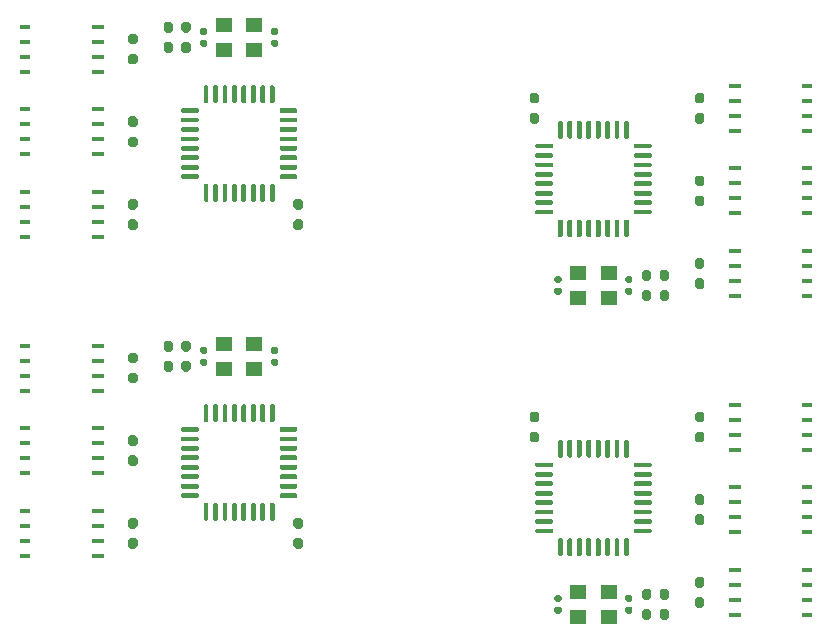
<source format=gbp>
G04 #@! TF.GenerationSoftware,KiCad,Pcbnew,(5.1.10-1-10_14)*
G04 #@! TF.CreationDate,2021-08-08T19:50:54+09:00*
G04 #@! TF.ProjectId,BldcDriver,426c6463-4472-4697-9665-722e6b696361,V4.0*
G04 #@! TF.SameCoordinates,Original*
G04 #@! TF.FileFunction,Paste,Bot*
G04 #@! TF.FilePolarity,Positive*
%FSLAX46Y46*%
G04 Gerber Fmt 4.6, Leading zero omitted, Abs format (unit mm)*
G04 Created by KiCad (PCBNEW (5.1.10-1-10_14)) date 2021-08-08 19:50:54*
%MOMM*%
%LPD*%
G01*
G04 APERTURE LIST*
%ADD10R,1.350000X1.200000*%
%ADD11R,1.050000X0.420000*%
%ADD12R,0.945000X0.420000*%
G04 APERTURE END LIST*
D10*
X-16300000Y25050000D03*
X-13700000Y25050000D03*
X-13700000Y22950000D03*
X-16300000Y22950000D03*
X-16300000Y-1950000D03*
X-13700000Y-1950000D03*
X-13700000Y-4050000D03*
X-16300000Y-4050000D03*
X16300000Y-25050000D03*
X13700000Y-25050000D03*
X13700000Y-22950000D03*
X16300000Y-22950000D03*
G36*
G01*
X-19825000Y18000000D02*
X-18525000Y18000000D01*
G75*
G02*
X-18425000Y17900000I0J-100000D01*
G01*
X-18425000Y17700000D01*
G75*
G02*
X-18525000Y17600000I-100000J0D01*
G01*
X-19825000Y17600000D01*
G75*
G02*
X-19925000Y17700000I0J100000D01*
G01*
X-19925000Y17900000D01*
G75*
G02*
X-19825000Y18000000I100000J0D01*
G01*
G37*
G36*
G01*
X-19825000Y17200000D02*
X-18525000Y17200000D01*
G75*
G02*
X-18425000Y17100000I0J-100000D01*
G01*
X-18425000Y16900000D01*
G75*
G02*
X-18525000Y16800000I-100000J0D01*
G01*
X-19825000Y16800000D01*
G75*
G02*
X-19925000Y16900000I0J100000D01*
G01*
X-19925000Y17100000D01*
G75*
G02*
X-19825000Y17200000I100000J0D01*
G01*
G37*
G36*
G01*
X-19825000Y16400000D02*
X-18525000Y16400000D01*
G75*
G02*
X-18425000Y16300000I0J-100000D01*
G01*
X-18425000Y16100000D01*
G75*
G02*
X-18525000Y16000000I-100000J0D01*
G01*
X-19825000Y16000000D01*
G75*
G02*
X-19925000Y16100000I0J100000D01*
G01*
X-19925000Y16300000D01*
G75*
G02*
X-19825000Y16400000I100000J0D01*
G01*
G37*
G36*
G01*
X-19825000Y15600000D02*
X-18525000Y15600000D01*
G75*
G02*
X-18425000Y15500000I0J-100000D01*
G01*
X-18425000Y15300000D01*
G75*
G02*
X-18525000Y15200000I-100000J0D01*
G01*
X-19825000Y15200000D01*
G75*
G02*
X-19925000Y15300000I0J100000D01*
G01*
X-19925000Y15500000D01*
G75*
G02*
X-19825000Y15600000I100000J0D01*
G01*
G37*
G36*
G01*
X-19825000Y14800000D02*
X-18525000Y14800000D01*
G75*
G02*
X-18425000Y14700000I0J-100000D01*
G01*
X-18425000Y14500000D01*
G75*
G02*
X-18525000Y14400000I-100000J0D01*
G01*
X-19825000Y14400000D01*
G75*
G02*
X-19925000Y14500000I0J100000D01*
G01*
X-19925000Y14700000D01*
G75*
G02*
X-19825000Y14800000I100000J0D01*
G01*
G37*
G36*
G01*
X-19825000Y14000000D02*
X-18525000Y14000000D01*
G75*
G02*
X-18425000Y13900000I0J-100000D01*
G01*
X-18425000Y13700000D01*
G75*
G02*
X-18525000Y13600000I-100000J0D01*
G01*
X-19825000Y13600000D01*
G75*
G02*
X-19925000Y13700000I0J100000D01*
G01*
X-19925000Y13900000D01*
G75*
G02*
X-19825000Y14000000I100000J0D01*
G01*
G37*
G36*
G01*
X-19825000Y13200000D02*
X-18525000Y13200000D01*
G75*
G02*
X-18425000Y13100000I0J-100000D01*
G01*
X-18425000Y12900000D01*
G75*
G02*
X-18525000Y12800000I-100000J0D01*
G01*
X-19825000Y12800000D01*
G75*
G02*
X-19925000Y12900000I0J100000D01*
G01*
X-19925000Y13100000D01*
G75*
G02*
X-19825000Y13200000I100000J0D01*
G01*
G37*
G36*
G01*
X-19825000Y12400000D02*
X-18525000Y12400000D01*
G75*
G02*
X-18425000Y12300000I0J-100000D01*
G01*
X-18425000Y12100000D01*
G75*
G02*
X-18525000Y12000000I-100000J0D01*
G01*
X-19825000Y12000000D01*
G75*
G02*
X-19925000Y12100000I0J100000D01*
G01*
X-19925000Y12300000D01*
G75*
G02*
X-19825000Y12400000I100000J0D01*
G01*
G37*
G36*
G01*
X-17900000Y11575000D02*
X-17700000Y11575000D01*
G75*
G02*
X-17600000Y11475000I0J-100000D01*
G01*
X-17600000Y10175000D01*
G75*
G02*
X-17700000Y10075000I-100000J0D01*
G01*
X-17900000Y10075000D01*
G75*
G02*
X-18000000Y10175000I0J100000D01*
G01*
X-18000000Y11475000D01*
G75*
G02*
X-17900000Y11575000I100000J0D01*
G01*
G37*
G36*
G01*
X-17100000Y11575000D02*
X-16900000Y11575000D01*
G75*
G02*
X-16800000Y11475000I0J-100000D01*
G01*
X-16800000Y10175000D01*
G75*
G02*
X-16900000Y10075000I-100000J0D01*
G01*
X-17100000Y10075000D01*
G75*
G02*
X-17200000Y10175000I0J100000D01*
G01*
X-17200000Y11475000D01*
G75*
G02*
X-17100000Y11575000I100000J0D01*
G01*
G37*
G36*
G01*
X-16300000Y11575000D02*
X-16100000Y11575000D01*
G75*
G02*
X-16000000Y11475000I0J-100000D01*
G01*
X-16000000Y10175000D01*
G75*
G02*
X-16100000Y10075000I-100000J0D01*
G01*
X-16300000Y10075000D01*
G75*
G02*
X-16400000Y10175000I0J100000D01*
G01*
X-16400000Y11475000D01*
G75*
G02*
X-16300000Y11575000I100000J0D01*
G01*
G37*
G36*
G01*
X-15500000Y11575000D02*
X-15300000Y11575000D01*
G75*
G02*
X-15200000Y11475000I0J-100000D01*
G01*
X-15200000Y10175000D01*
G75*
G02*
X-15300000Y10075000I-100000J0D01*
G01*
X-15500000Y10075000D01*
G75*
G02*
X-15600000Y10175000I0J100000D01*
G01*
X-15600000Y11475000D01*
G75*
G02*
X-15500000Y11575000I100000J0D01*
G01*
G37*
G36*
G01*
X-14700000Y11575000D02*
X-14500000Y11575000D01*
G75*
G02*
X-14400000Y11475000I0J-100000D01*
G01*
X-14400000Y10175000D01*
G75*
G02*
X-14500000Y10075000I-100000J0D01*
G01*
X-14700000Y10075000D01*
G75*
G02*
X-14800000Y10175000I0J100000D01*
G01*
X-14800000Y11475000D01*
G75*
G02*
X-14700000Y11575000I100000J0D01*
G01*
G37*
G36*
G01*
X-13900000Y11575000D02*
X-13700000Y11575000D01*
G75*
G02*
X-13600000Y11475000I0J-100000D01*
G01*
X-13600000Y10175000D01*
G75*
G02*
X-13700000Y10075000I-100000J0D01*
G01*
X-13900000Y10075000D01*
G75*
G02*
X-14000000Y10175000I0J100000D01*
G01*
X-14000000Y11475000D01*
G75*
G02*
X-13900000Y11575000I100000J0D01*
G01*
G37*
G36*
G01*
X-13100000Y11575000D02*
X-12900000Y11575000D01*
G75*
G02*
X-12800000Y11475000I0J-100000D01*
G01*
X-12800000Y10175000D01*
G75*
G02*
X-12900000Y10075000I-100000J0D01*
G01*
X-13100000Y10075000D01*
G75*
G02*
X-13200000Y10175000I0J100000D01*
G01*
X-13200000Y11475000D01*
G75*
G02*
X-13100000Y11575000I100000J0D01*
G01*
G37*
G36*
G01*
X-12300000Y11575000D02*
X-12100000Y11575000D01*
G75*
G02*
X-12000000Y11475000I0J-100000D01*
G01*
X-12000000Y10175000D01*
G75*
G02*
X-12100000Y10075000I-100000J0D01*
G01*
X-12300000Y10075000D01*
G75*
G02*
X-12400000Y10175000I0J100000D01*
G01*
X-12400000Y11475000D01*
G75*
G02*
X-12300000Y11575000I100000J0D01*
G01*
G37*
G36*
G01*
X-11475000Y12400000D02*
X-10175000Y12400000D01*
G75*
G02*
X-10075000Y12300000I0J-100000D01*
G01*
X-10075000Y12100000D01*
G75*
G02*
X-10175000Y12000000I-100000J0D01*
G01*
X-11475000Y12000000D01*
G75*
G02*
X-11575000Y12100000I0J100000D01*
G01*
X-11575000Y12300000D01*
G75*
G02*
X-11475000Y12400000I100000J0D01*
G01*
G37*
G36*
G01*
X-11475000Y13200000D02*
X-10175000Y13200000D01*
G75*
G02*
X-10075000Y13100000I0J-100000D01*
G01*
X-10075000Y12900000D01*
G75*
G02*
X-10175000Y12800000I-100000J0D01*
G01*
X-11475000Y12800000D01*
G75*
G02*
X-11575000Y12900000I0J100000D01*
G01*
X-11575000Y13100000D01*
G75*
G02*
X-11475000Y13200000I100000J0D01*
G01*
G37*
G36*
G01*
X-11475000Y14000000D02*
X-10175000Y14000000D01*
G75*
G02*
X-10075000Y13900000I0J-100000D01*
G01*
X-10075000Y13700000D01*
G75*
G02*
X-10175000Y13600000I-100000J0D01*
G01*
X-11475000Y13600000D01*
G75*
G02*
X-11575000Y13700000I0J100000D01*
G01*
X-11575000Y13900000D01*
G75*
G02*
X-11475000Y14000000I100000J0D01*
G01*
G37*
G36*
G01*
X-11475000Y14800000D02*
X-10175000Y14800000D01*
G75*
G02*
X-10075000Y14700000I0J-100000D01*
G01*
X-10075000Y14500000D01*
G75*
G02*
X-10175000Y14400000I-100000J0D01*
G01*
X-11475000Y14400000D01*
G75*
G02*
X-11575000Y14500000I0J100000D01*
G01*
X-11575000Y14700000D01*
G75*
G02*
X-11475000Y14800000I100000J0D01*
G01*
G37*
G36*
G01*
X-11475000Y15600000D02*
X-10175000Y15600000D01*
G75*
G02*
X-10075000Y15500000I0J-100000D01*
G01*
X-10075000Y15300000D01*
G75*
G02*
X-10175000Y15200000I-100000J0D01*
G01*
X-11475000Y15200000D01*
G75*
G02*
X-11575000Y15300000I0J100000D01*
G01*
X-11575000Y15500000D01*
G75*
G02*
X-11475000Y15600000I100000J0D01*
G01*
G37*
G36*
G01*
X-11475000Y16400000D02*
X-10175000Y16400000D01*
G75*
G02*
X-10075000Y16300000I0J-100000D01*
G01*
X-10075000Y16100000D01*
G75*
G02*
X-10175000Y16000000I-100000J0D01*
G01*
X-11475000Y16000000D01*
G75*
G02*
X-11575000Y16100000I0J100000D01*
G01*
X-11575000Y16300000D01*
G75*
G02*
X-11475000Y16400000I100000J0D01*
G01*
G37*
G36*
G01*
X-11475000Y17200000D02*
X-10175000Y17200000D01*
G75*
G02*
X-10075000Y17100000I0J-100000D01*
G01*
X-10075000Y16900000D01*
G75*
G02*
X-10175000Y16800000I-100000J0D01*
G01*
X-11475000Y16800000D01*
G75*
G02*
X-11575000Y16900000I0J100000D01*
G01*
X-11575000Y17100000D01*
G75*
G02*
X-11475000Y17200000I100000J0D01*
G01*
G37*
G36*
G01*
X-11475000Y18000000D02*
X-10175000Y18000000D01*
G75*
G02*
X-10075000Y17900000I0J-100000D01*
G01*
X-10075000Y17700000D01*
G75*
G02*
X-10175000Y17600000I-100000J0D01*
G01*
X-11475000Y17600000D01*
G75*
G02*
X-11575000Y17700000I0J100000D01*
G01*
X-11575000Y17900000D01*
G75*
G02*
X-11475000Y18000000I100000J0D01*
G01*
G37*
G36*
G01*
X-12300000Y19925000D02*
X-12100000Y19925000D01*
G75*
G02*
X-12000000Y19825000I0J-100000D01*
G01*
X-12000000Y18525000D01*
G75*
G02*
X-12100000Y18425000I-100000J0D01*
G01*
X-12300000Y18425000D01*
G75*
G02*
X-12400000Y18525000I0J100000D01*
G01*
X-12400000Y19825000D01*
G75*
G02*
X-12300000Y19925000I100000J0D01*
G01*
G37*
G36*
G01*
X-13100000Y19925000D02*
X-12900000Y19925000D01*
G75*
G02*
X-12800000Y19825000I0J-100000D01*
G01*
X-12800000Y18525000D01*
G75*
G02*
X-12900000Y18425000I-100000J0D01*
G01*
X-13100000Y18425000D01*
G75*
G02*
X-13200000Y18525000I0J100000D01*
G01*
X-13200000Y19825000D01*
G75*
G02*
X-13100000Y19925000I100000J0D01*
G01*
G37*
G36*
G01*
X-13900000Y19925000D02*
X-13700000Y19925000D01*
G75*
G02*
X-13600000Y19825000I0J-100000D01*
G01*
X-13600000Y18525000D01*
G75*
G02*
X-13700000Y18425000I-100000J0D01*
G01*
X-13900000Y18425000D01*
G75*
G02*
X-14000000Y18525000I0J100000D01*
G01*
X-14000000Y19825000D01*
G75*
G02*
X-13900000Y19925000I100000J0D01*
G01*
G37*
G36*
G01*
X-14700000Y19925000D02*
X-14500000Y19925000D01*
G75*
G02*
X-14400000Y19825000I0J-100000D01*
G01*
X-14400000Y18525000D01*
G75*
G02*
X-14500000Y18425000I-100000J0D01*
G01*
X-14700000Y18425000D01*
G75*
G02*
X-14800000Y18525000I0J100000D01*
G01*
X-14800000Y19825000D01*
G75*
G02*
X-14700000Y19925000I100000J0D01*
G01*
G37*
G36*
G01*
X-15500000Y19925000D02*
X-15300000Y19925000D01*
G75*
G02*
X-15200000Y19825000I0J-100000D01*
G01*
X-15200000Y18525000D01*
G75*
G02*
X-15300000Y18425000I-100000J0D01*
G01*
X-15500000Y18425000D01*
G75*
G02*
X-15600000Y18525000I0J100000D01*
G01*
X-15600000Y19825000D01*
G75*
G02*
X-15500000Y19925000I100000J0D01*
G01*
G37*
G36*
G01*
X-16300000Y19925000D02*
X-16100000Y19925000D01*
G75*
G02*
X-16000000Y19825000I0J-100000D01*
G01*
X-16000000Y18525000D01*
G75*
G02*
X-16100000Y18425000I-100000J0D01*
G01*
X-16300000Y18425000D01*
G75*
G02*
X-16400000Y18525000I0J100000D01*
G01*
X-16400000Y19825000D01*
G75*
G02*
X-16300000Y19925000I100000J0D01*
G01*
G37*
G36*
G01*
X-17100000Y19925000D02*
X-16900000Y19925000D01*
G75*
G02*
X-16800000Y19825000I0J-100000D01*
G01*
X-16800000Y18525000D01*
G75*
G02*
X-16900000Y18425000I-100000J0D01*
G01*
X-17100000Y18425000D01*
G75*
G02*
X-17200000Y18525000I0J100000D01*
G01*
X-17200000Y19825000D01*
G75*
G02*
X-17100000Y19925000I100000J0D01*
G01*
G37*
G36*
G01*
X-17900000Y19925000D02*
X-17700000Y19925000D01*
G75*
G02*
X-17600000Y19825000I0J-100000D01*
G01*
X-17600000Y18525000D01*
G75*
G02*
X-17700000Y18425000I-100000J0D01*
G01*
X-17900000Y18425000D01*
G75*
G02*
X-18000000Y18525000I0J100000D01*
G01*
X-18000000Y19825000D01*
G75*
G02*
X-17900000Y19925000I100000J0D01*
G01*
G37*
G36*
G01*
X-19825000Y-9000000D02*
X-18525000Y-9000000D01*
G75*
G02*
X-18425000Y-9100000I0J-100000D01*
G01*
X-18425000Y-9300000D01*
G75*
G02*
X-18525000Y-9400000I-100000J0D01*
G01*
X-19825000Y-9400000D01*
G75*
G02*
X-19925000Y-9300000I0J100000D01*
G01*
X-19925000Y-9100000D01*
G75*
G02*
X-19825000Y-9000000I100000J0D01*
G01*
G37*
G36*
G01*
X-19825000Y-9800000D02*
X-18525000Y-9800000D01*
G75*
G02*
X-18425000Y-9900000I0J-100000D01*
G01*
X-18425000Y-10100000D01*
G75*
G02*
X-18525000Y-10200000I-100000J0D01*
G01*
X-19825000Y-10200000D01*
G75*
G02*
X-19925000Y-10100000I0J100000D01*
G01*
X-19925000Y-9900000D01*
G75*
G02*
X-19825000Y-9800000I100000J0D01*
G01*
G37*
G36*
G01*
X-19825000Y-10600000D02*
X-18525000Y-10600000D01*
G75*
G02*
X-18425000Y-10700000I0J-100000D01*
G01*
X-18425000Y-10900000D01*
G75*
G02*
X-18525000Y-11000000I-100000J0D01*
G01*
X-19825000Y-11000000D01*
G75*
G02*
X-19925000Y-10900000I0J100000D01*
G01*
X-19925000Y-10700000D01*
G75*
G02*
X-19825000Y-10600000I100000J0D01*
G01*
G37*
G36*
G01*
X-19825000Y-11400000D02*
X-18525000Y-11400000D01*
G75*
G02*
X-18425000Y-11500000I0J-100000D01*
G01*
X-18425000Y-11700000D01*
G75*
G02*
X-18525000Y-11800000I-100000J0D01*
G01*
X-19825000Y-11800000D01*
G75*
G02*
X-19925000Y-11700000I0J100000D01*
G01*
X-19925000Y-11500000D01*
G75*
G02*
X-19825000Y-11400000I100000J0D01*
G01*
G37*
G36*
G01*
X-19825000Y-12200000D02*
X-18525000Y-12200000D01*
G75*
G02*
X-18425000Y-12300000I0J-100000D01*
G01*
X-18425000Y-12500000D01*
G75*
G02*
X-18525000Y-12600000I-100000J0D01*
G01*
X-19825000Y-12600000D01*
G75*
G02*
X-19925000Y-12500000I0J100000D01*
G01*
X-19925000Y-12300000D01*
G75*
G02*
X-19825000Y-12200000I100000J0D01*
G01*
G37*
G36*
G01*
X-19825000Y-13000000D02*
X-18525000Y-13000000D01*
G75*
G02*
X-18425000Y-13100000I0J-100000D01*
G01*
X-18425000Y-13300000D01*
G75*
G02*
X-18525000Y-13400000I-100000J0D01*
G01*
X-19825000Y-13400000D01*
G75*
G02*
X-19925000Y-13300000I0J100000D01*
G01*
X-19925000Y-13100000D01*
G75*
G02*
X-19825000Y-13000000I100000J0D01*
G01*
G37*
G36*
G01*
X-19825000Y-13800000D02*
X-18525000Y-13800000D01*
G75*
G02*
X-18425000Y-13900000I0J-100000D01*
G01*
X-18425000Y-14100000D01*
G75*
G02*
X-18525000Y-14200000I-100000J0D01*
G01*
X-19825000Y-14200000D01*
G75*
G02*
X-19925000Y-14100000I0J100000D01*
G01*
X-19925000Y-13900000D01*
G75*
G02*
X-19825000Y-13800000I100000J0D01*
G01*
G37*
G36*
G01*
X-19825000Y-14600000D02*
X-18525000Y-14600000D01*
G75*
G02*
X-18425000Y-14700000I0J-100000D01*
G01*
X-18425000Y-14900000D01*
G75*
G02*
X-18525000Y-15000000I-100000J0D01*
G01*
X-19825000Y-15000000D01*
G75*
G02*
X-19925000Y-14900000I0J100000D01*
G01*
X-19925000Y-14700000D01*
G75*
G02*
X-19825000Y-14600000I100000J0D01*
G01*
G37*
G36*
G01*
X-17900000Y-15425000D02*
X-17700000Y-15425000D01*
G75*
G02*
X-17600000Y-15525000I0J-100000D01*
G01*
X-17600000Y-16825000D01*
G75*
G02*
X-17700000Y-16925000I-100000J0D01*
G01*
X-17900000Y-16925000D01*
G75*
G02*
X-18000000Y-16825000I0J100000D01*
G01*
X-18000000Y-15525000D01*
G75*
G02*
X-17900000Y-15425000I100000J0D01*
G01*
G37*
G36*
G01*
X-17100000Y-15425000D02*
X-16900000Y-15425000D01*
G75*
G02*
X-16800000Y-15525000I0J-100000D01*
G01*
X-16800000Y-16825000D01*
G75*
G02*
X-16900000Y-16925000I-100000J0D01*
G01*
X-17100000Y-16925000D01*
G75*
G02*
X-17200000Y-16825000I0J100000D01*
G01*
X-17200000Y-15525000D01*
G75*
G02*
X-17100000Y-15425000I100000J0D01*
G01*
G37*
G36*
G01*
X-16300000Y-15425000D02*
X-16100000Y-15425000D01*
G75*
G02*
X-16000000Y-15525000I0J-100000D01*
G01*
X-16000000Y-16825000D01*
G75*
G02*
X-16100000Y-16925000I-100000J0D01*
G01*
X-16300000Y-16925000D01*
G75*
G02*
X-16400000Y-16825000I0J100000D01*
G01*
X-16400000Y-15525000D01*
G75*
G02*
X-16300000Y-15425000I100000J0D01*
G01*
G37*
G36*
G01*
X-15500000Y-15425000D02*
X-15300000Y-15425000D01*
G75*
G02*
X-15200000Y-15525000I0J-100000D01*
G01*
X-15200000Y-16825000D01*
G75*
G02*
X-15300000Y-16925000I-100000J0D01*
G01*
X-15500000Y-16925000D01*
G75*
G02*
X-15600000Y-16825000I0J100000D01*
G01*
X-15600000Y-15525000D01*
G75*
G02*
X-15500000Y-15425000I100000J0D01*
G01*
G37*
G36*
G01*
X-14700000Y-15425000D02*
X-14500000Y-15425000D01*
G75*
G02*
X-14400000Y-15525000I0J-100000D01*
G01*
X-14400000Y-16825000D01*
G75*
G02*
X-14500000Y-16925000I-100000J0D01*
G01*
X-14700000Y-16925000D01*
G75*
G02*
X-14800000Y-16825000I0J100000D01*
G01*
X-14800000Y-15525000D01*
G75*
G02*
X-14700000Y-15425000I100000J0D01*
G01*
G37*
G36*
G01*
X-13900000Y-15425000D02*
X-13700000Y-15425000D01*
G75*
G02*
X-13600000Y-15525000I0J-100000D01*
G01*
X-13600000Y-16825000D01*
G75*
G02*
X-13700000Y-16925000I-100000J0D01*
G01*
X-13900000Y-16925000D01*
G75*
G02*
X-14000000Y-16825000I0J100000D01*
G01*
X-14000000Y-15525000D01*
G75*
G02*
X-13900000Y-15425000I100000J0D01*
G01*
G37*
G36*
G01*
X-13100000Y-15425000D02*
X-12900000Y-15425000D01*
G75*
G02*
X-12800000Y-15525000I0J-100000D01*
G01*
X-12800000Y-16825000D01*
G75*
G02*
X-12900000Y-16925000I-100000J0D01*
G01*
X-13100000Y-16925000D01*
G75*
G02*
X-13200000Y-16825000I0J100000D01*
G01*
X-13200000Y-15525000D01*
G75*
G02*
X-13100000Y-15425000I100000J0D01*
G01*
G37*
G36*
G01*
X-12300000Y-15425000D02*
X-12100000Y-15425000D01*
G75*
G02*
X-12000000Y-15525000I0J-100000D01*
G01*
X-12000000Y-16825000D01*
G75*
G02*
X-12100000Y-16925000I-100000J0D01*
G01*
X-12300000Y-16925000D01*
G75*
G02*
X-12400000Y-16825000I0J100000D01*
G01*
X-12400000Y-15525000D01*
G75*
G02*
X-12300000Y-15425000I100000J0D01*
G01*
G37*
G36*
G01*
X-11475000Y-14600000D02*
X-10175000Y-14600000D01*
G75*
G02*
X-10075000Y-14700000I0J-100000D01*
G01*
X-10075000Y-14900000D01*
G75*
G02*
X-10175000Y-15000000I-100000J0D01*
G01*
X-11475000Y-15000000D01*
G75*
G02*
X-11575000Y-14900000I0J100000D01*
G01*
X-11575000Y-14700000D01*
G75*
G02*
X-11475000Y-14600000I100000J0D01*
G01*
G37*
G36*
G01*
X-11475000Y-13800000D02*
X-10175000Y-13800000D01*
G75*
G02*
X-10075000Y-13900000I0J-100000D01*
G01*
X-10075000Y-14100000D01*
G75*
G02*
X-10175000Y-14200000I-100000J0D01*
G01*
X-11475000Y-14200000D01*
G75*
G02*
X-11575000Y-14100000I0J100000D01*
G01*
X-11575000Y-13900000D01*
G75*
G02*
X-11475000Y-13800000I100000J0D01*
G01*
G37*
G36*
G01*
X-11475000Y-13000000D02*
X-10175000Y-13000000D01*
G75*
G02*
X-10075000Y-13100000I0J-100000D01*
G01*
X-10075000Y-13300000D01*
G75*
G02*
X-10175000Y-13400000I-100000J0D01*
G01*
X-11475000Y-13400000D01*
G75*
G02*
X-11575000Y-13300000I0J100000D01*
G01*
X-11575000Y-13100000D01*
G75*
G02*
X-11475000Y-13000000I100000J0D01*
G01*
G37*
G36*
G01*
X-11475000Y-12200000D02*
X-10175000Y-12200000D01*
G75*
G02*
X-10075000Y-12300000I0J-100000D01*
G01*
X-10075000Y-12500000D01*
G75*
G02*
X-10175000Y-12600000I-100000J0D01*
G01*
X-11475000Y-12600000D01*
G75*
G02*
X-11575000Y-12500000I0J100000D01*
G01*
X-11575000Y-12300000D01*
G75*
G02*
X-11475000Y-12200000I100000J0D01*
G01*
G37*
G36*
G01*
X-11475000Y-11400000D02*
X-10175000Y-11400000D01*
G75*
G02*
X-10075000Y-11500000I0J-100000D01*
G01*
X-10075000Y-11700000D01*
G75*
G02*
X-10175000Y-11800000I-100000J0D01*
G01*
X-11475000Y-11800000D01*
G75*
G02*
X-11575000Y-11700000I0J100000D01*
G01*
X-11575000Y-11500000D01*
G75*
G02*
X-11475000Y-11400000I100000J0D01*
G01*
G37*
G36*
G01*
X-11475000Y-10600000D02*
X-10175000Y-10600000D01*
G75*
G02*
X-10075000Y-10700000I0J-100000D01*
G01*
X-10075000Y-10900000D01*
G75*
G02*
X-10175000Y-11000000I-100000J0D01*
G01*
X-11475000Y-11000000D01*
G75*
G02*
X-11575000Y-10900000I0J100000D01*
G01*
X-11575000Y-10700000D01*
G75*
G02*
X-11475000Y-10600000I100000J0D01*
G01*
G37*
G36*
G01*
X-11475000Y-9800000D02*
X-10175000Y-9800000D01*
G75*
G02*
X-10075000Y-9900000I0J-100000D01*
G01*
X-10075000Y-10100000D01*
G75*
G02*
X-10175000Y-10200000I-100000J0D01*
G01*
X-11475000Y-10200000D01*
G75*
G02*
X-11575000Y-10100000I0J100000D01*
G01*
X-11575000Y-9900000D01*
G75*
G02*
X-11475000Y-9800000I100000J0D01*
G01*
G37*
G36*
G01*
X-11475000Y-9000000D02*
X-10175000Y-9000000D01*
G75*
G02*
X-10075000Y-9100000I0J-100000D01*
G01*
X-10075000Y-9300000D01*
G75*
G02*
X-10175000Y-9400000I-100000J0D01*
G01*
X-11475000Y-9400000D01*
G75*
G02*
X-11575000Y-9300000I0J100000D01*
G01*
X-11575000Y-9100000D01*
G75*
G02*
X-11475000Y-9000000I100000J0D01*
G01*
G37*
G36*
G01*
X-12300000Y-7075000D02*
X-12100000Y-7075000D01*
G75*
G02*
X-12000000Y-7175000I0J-100000D01*
G01*
X-12000000Y-8475000D01*
G75*
G02*
X-12100000Y-8575000I-100000J0D01*
G01*
X-12300000Y-8575000D01*
G75*
G02*
X-12400000Y-8475000I0J100000D01*
G01*
X-12400000Y-7175000D01*
G75*
G02*
X-12300000Y-7075000I100000J0D01*
G01*
G37*
G36*
G01*
X-13100000Y-7075000D02*
X-12900000Y-7075000D01*
G75*
G02*
X-12800000Y-7175000I0J-100000D01*
G01*
X-12800000Y-8475000D01*
G75*
G02*
X-12900000Y-8575000I-100000J0D01*
G01*
X-13100000Y-8575000D01*
G75*
G02*
X-13200000Y-8475000I0J100000D01*
G01*
X-13200000Y-7175000D01*
G75*
G02*
X-13100000Y-7075000I100000J0D01*
G01*
G37*
G36*
G01*
X-13900000Y-7075000D02*
X-13700000Y-7075000D01*
G75*
G02*
X-13600000Y-7175000I0J-100000D01*
G01*
X-13600000Y-8475000D01*
G75*
G02*
X-13700000Y-8575000I-100000J0D01*
G01*
X-13900000Y-8575000D01*
G75*
G02*
X-14000000Y-8475000I0J100000D01*
G01*
X-14000000Y-7175000D01*
G75*
G02*
X-13900000Y-7075000I100000J0D01*
G01*
G37*
G36*
G01*
X-14700000Y-7075000D02*
X-14500000Y-7075000D01*
G75*
G02*
X-14400000Y-7175000I0J-100000D01*
G01*
X-14400000Y-8475000D01*
G75*
G02*
X-14500000Y-8575000I-100000J0D01*
G01*
X-14700000Y-8575000D01*
G75*
G02*
X-14800000Y-8475000I0J100000D01*
G01*
X-14800000Y-7175000D01*
G75*
G02*
X-14700000Y-7075000I100000J0D01*
G01*
G37*
G36*
G01*
X-15500000Y-7075000D02*
X-15300000Y-7075000D01*
G75*
G02*
X-15200000Y-7175000I0J-100000D01*
G01*
X-15200000Y-8475000D01*
G75*
G02*
X-15300000Y-8575000I-100000J0D01*
G01*
X-15500000Y-8575000D01*
G75*
G02*
X-15600000Y-8475000I0J100000D01*
G01*
X-15600000Y-7175000D01*
G75*
G02*
X-15500000Y-7075000I100000J0D01*
G01*
G37*
G36*
G01*
X-16300000Y-7075000D02*
X-16100000Y-7075000D01*
G75*
G02*
X-16000000Y-7175000I0J-100000D01*
G01*
X-16000000Y-8475000D01*
G75*
G02*
X-16100000Y-8575000I-100000J0D01*
G01*
X-16300000Y-8575000D01*
G75*
G02*
X-16400000Y-8475000I0J100000D01*
G01*
X-16400000Y-7175000D01*
G75*
G02*
X-16300000Y-7075000I100000J0D01*
G01*
G37*
G36*
G01*
X-17100000Y-7075000D02*
X-16900000Y-7075000D01*
G75*
G02*
X-16800000Y-7175000I0J-100000D01*
G01*
X-16800000Y-8475000D01*
G75*
G02*
X-16900000Y-8575000I-100000J0D01*
G01*
X-17100000Y-8575000D01*
G75*
G02*
X-17200000Y-8475000I0J100000D01*
G01*
X-17200000Y-7175000D01*
G75*
G02*
X-17100000Y-7075000I100000J0D01*
G01*
G37*
G36*
G01*
X-17900000Y-7075000D02*
X-17700000Y-7075000D01*
G75*
G02*
X-17600000Y-7175000I0J-100000D01*
G01*
X-17600000Y-8475000D01*
G75*
G02*
X-17700000Y-8575000I-100000J0D01*
G01*
X-17900000Y-8575000D01*
G75*
G02*
X-18000000Y-8475000I0J100000D01*
G01*
X-18000000Y-7175000D01*
G75*
G02*
X-17900000Y-7075000I100000J0D01*
G01*
G37*
G36*
G01*
X19825000Y-18000000D02*
X18525000Y-18000000D01*
G75*
G02*
X18425000Y-17900000I0J100000D01*
G01*
X18425000Y-17700000D01*
G75*
G02*
X18525000Y-17600000I100000J0D01*
G01*
X19825000Y-17600000D01*
G75*
G02*
X19925000Y-17700000I0J-100000D01*
G01*
X19925000Y-17900000D01*
G75*
G02*
X19825000Y-18000000I-100000J0D01*
G01*
G37*
G36*
G01*
X19825000Y-17200000D02*
X18525000Y-17200000D01*
G75*
G02*
X18425000Y-17100000I0J100000D01*
G01*
X18425000Y-16900000D01*
G75*
G02*
X18525000Y-16800000I100000J0D01*
G01*
X19825000Y-16800000D01*
G75*
G02*
X19925000Y-16900000I0J-100000D01*
G01*
X19925000Y-17100000D01*
G75*
G02*
X19825000Y-17200000I-100000J0D01*
G01*
G37*
G36*
G01*
X19825000Y-16400000D02*
X18525000Y-16400000D01*
G75*
G02*
X18425000Y-16300000I0J100000D01*
G01*
X18425000Y-16100000D01*
G75*
G02*
X18525000Y-16000000I100000J0D01*
G01*
X19825000Y-16000000D01*
G75*
G02*
X19925000Y-16100000I0J-100000D01*
G01*
X19925000Y-16300000D01*
G75*
G02*
X19825000Y-16400000I-100000J0D01*
G01*
G37*
G36*
G01*
X19825000Y-15600000D02*
X18525000Y-15600000D01*
G75*
G02*
X18425000Y-15500000I0J100000D01*
G01*
X18425000Y-15300000D01*
G75*
G02*
X18525000Y-15200000I100000J0D01*
G01*
X19825000Y-15200000D01*
G75*
G02*
X19925000Y-15300000I0J-100000D01*
G01*
X19925000Y-15500000D01*
G75*
G02*
X19825000Y-15600000I-100000J0D01*
G01*
G37*
G36*
G01*
X19825000Y-14800000D02*
X18525000Y-14800000D01*
G75*
G02*
X18425000Y-14700000I0J100000D01*
G01*
X18425000Y-14500000D01*
G75*
G02*
X18525000Y-14400000I100000J0D01*
G01*
X19825000Y-14400000D01*
G75*
G02*
X19925000Y-14500000I0J-100000D01*
G01*
X19925000Y-14700000D01*
G75*
G02*
X19825000Y-14800000I-100000J0D01*
G01*
G37*
G36*
G01*
X19825000Y-14000000D02*
X18525000Y-14000000D01*
G75*
G02*
X18425000Y-13900000I0J100000D01*
G01*
X18425000Y-13700000D01*
G75*
G02*
X18525000Y-13600000I100000J0D01*
G01*
X19825000Y-13600000D01*
G75*
G02*
X19925000Y-13700000I0J-100000D01*
G01*
X19925000Y-13900000D01*
G75*
G02*
X19825000Y-14000000I-100000J0D01*
G01*
G37*
G36*
G01*
X19825000Y-13200000D02*
X18525000Y-13200000D01*
G75*
G02*
X18425000Y-13100000I0J100000D01*
G01*
X18425000Y-12900000D01*
G75*
G02*
X18525000Y-12800000I100000J0D01*
G01*
X19825000Y-12800000D01*
G75*
G02*
X19925000Y-12900000I0J-100000D01*
G01*
X19925000Y-13100000D01*
G75*
G02*
X19825000Y-13200000I-100000J0D01*
G01*
G37*
G36*
G01*
X19825000Y-12400000D02*
X18525000Y-12400000D01*
G75*
G02*
X18425000Y-12300000I0J100000D01*
G01*
X18425000Y-12100000D01*
G75*
G02*
X18525000Y-12000000I100000J0D01*
G01*
X19825000Y-12000000D01*
G75*
G02*
X19925000Y-12100000I0J-100000D01*
G01*
X19925000Y-12300000D01*
G75*
G02*
X19825000Y-12400000I-100000J0D01*
G01*
G37*
G36*
G01*
X17900000Y-11575000D02*
X17700000Y-11575000D01*
G75*
G02*
X17600000Y-11475000I0J100000D01*
G01*
X17600000Y-10175000D01*
G75*
G02*
X17700000Y-10075000I100000J0D01*
G01*
X17900000Y-10075000D01*
G75*
G02*
X18000000Y-10175000I0J-100000D01*
G01*
X18000000Y-11475000D01*
G75*
G02*
X17900000Y-11575000I-100000J0D01*
G01*
G37*
G36*
G01*
X17100000Y-11575000D02*
X16900000Y-11575000D01*
G75*
G02*
X16800000Y-11475000I0J100000D01*
G01*
X16800000Y-10175000D01*
G75*
G02*
X16900000Y-10075000I100000J0D01*
G01*
X17100000Y-10075000D01*
G75*
G02*
X17200000Y-10175000I0J-100000D01*
G01*
X17200000Y-11475000D01*
G75*
G02*
X17100000Y-11575000I-100000J0D01*
G01*
G37*
G36*
G01*
X16300000Y-11575000D02*
X16100000Y-11575000D01*
G75*
G02*
X16000000Y-11475000I0J100000D01*
G01*
X16000000Y-10175000D01*
G75*
G02*
X16100000Y-10075000I100000J0D01*
G01*
X16300000Y-10075000D01*
G75*
G02*
X16400000Y-10175000I0J-100000D01*
G01*
X16400000Y-11475000D01*
G75*
G02*
X16300000Y-11575000I-100000J0D01*
G01*
G37*
G36*
G01*
X15500000Y-11575000D02*
X15300000Y-11575000D01*
G75*
G02*
X15200000Y-11475000I0J100000D01*
G01*
X15200000Y-10175000D01*
G75*
G02*
X15300000Y-10075000I100000J0D01*
G01*
X15500000Y-10075000D01*
G75*
G02*
X15600000Y-10175000I0J-100000D01*
G01*
X15600000Y-11475000D01*
G75*
G02*
X15500000Y-11575000I-100000J0D01*
G01*
G37*
G36*
G01*
X14700000Y-11575000D02*
X14500000Y-11575000D01*
G75*
G02*
X14400000Y-11475000I0J100000D01*
G01*
X14400000Y-10175000D01*
G75*
G02*
X14500000Y-10075000I100000J0D01*
G01*
X14700000Y-10075000D01*
G75*
G02*
X14800000Y-10175000I0J-100000D01*
G01*
X14800000Y-11475000D01*
G75*
G02*
X14700000Y-11575000I-100000J0D01*
G01*
G37*
G36*
G01*
X13900000Y-11575000D02*
X13700000Y-11575000D01*
G75*
G02*
X13600000Y-11475000I0J100000D01*
G01*
X13600000Y-10175000D01*
G75*
G02*
X13700000Y-10075000I100000J0D01*
G01*
X13900000Y-10075000D01*
G75*
G02*
X14000000Y-10175000I0J-100000D01*
G01*
X14000000Y-11475000D01*
G75*
G02*
X13900000Y-11575000I-100000J0D01*
G01*
G37*
G36*
G01*
X13100000Y-11575000D02*
X12900000Y-11575000D01*
G75*
G02*
X12800000Y-11475000I0J100000D01*
G01*
X12800000Y-10175000D01*
G75*
G02*
X12900000Y-10075000I100000J0D01*
G01*
X13100000Y-10075000D01*
G75*
G02*
X13200000Y-10175000I0J-100000D01*
G01*
X13200000Y-11475000D01*
G75*
G02*
X13100000Y-11575000I-100000J0D01*
G01*
G37*
G36*
G01*
X12300000Y-11575000D02*
X12100000Y-11575000D01*
G75*
G02*
X12000000Y-11475000I0J100000D01*
G01*
X12000000Y-10175000D01*
G75*
G02*
X12100000Y-10075000I100000J0D01*
G01*
X12300000Y-10075000D01*
G75*
G02*
X12400000Y-10175000I0J-100000D01*
G01*
X12400000Y-11475000D01*
G75*
G02*
X12300000Y-11575000I-100000J0D01*
G01*
G37*
G36*
G01*
X11475000Y-12400000D02*
X10175000Y-12400000D01*
G75*
G02*
X10075000Y-12300000I0J100000D01*
G01*
X10075000Y-12100000D01*
G75*
G02*
X10175000Y-12000000I100000J0D01*
G01*
X11475000Y-12000000D01*
G75*
G02*
X11575000Y-12100000I0J-100000D01*
G01*
X11575000Y-12300000D01*
G75*
G02*
X11475000Y-12400000I-100000J0D01*
G01*
G37*
G36*
G01*
X11475000Y-13200000D02*
X10175000Y-13200000D01*
G75*
G02*
X10075000Y-13100000I0J100000D01*
G01*
X10075000Y-12900000D01*
G75*
G02*
X10175000Y-12800000I100000J0D01*
G01*
X11475000Y-12800000D01*
G75*
G02*
X11575000Y-12900000I0J-100000D01*
G01*
X11575000Y-13100000D01*
G75*
G02*
X11475000Y-13200000I-100000J0D01*
G01*
G37*
G36*
G01*
X11475000Y-14000000D02*
X10175000Y-14000000D01*
G75*
G02*
X10075000Y-13900000I0J100000D01*
G01*
X10075000Y-13700000D01*
G75*
G02*
X10175000Y-13600000I100000J0D01*
G01*
X11475000Y-13600000D01*
G75*
G02*
X11575000Y-13700000I0J-100000D01*
G01*
X11575000Y-13900000D01*
G75*
G02*
X11475000Y-14000000I-100000J0D01*
G01*
G37*
G36*
G01*
X11475000Y-14800000D02*
X10175000Y-14800000D01*
G75*
G02*
X10075000Y-14700000I0J100000D01*
G01*
X10075000Y-14500000D01*
G75*
G02*
X10175000Y-14400000I100000J0D01*
G01*
X11475000Y-14400000D01*
G75*
G02*
X11575000Y-14500000I0J-100000D01*
G01*
X11575000Y-14700000D01*
G75*
G02*
X11475000Y-14800000I-100000J0D01*
G01*
G37*
G36*
G01*
X11475000Y-15600000D02*
X10175000Y-15600000D01*
G75*
G02*
X10075000Y-15500000I0J100000D01*
G01*
X10075000Y-15300000D01*
G75*
G02*
X10175000Y-15200000I100000J0D01*
G01*
X11475000Y-15200000D01*
G75*
G02*
X11575000Y-15300000I0J-100000D01*
G01*
X11575000Y-15500000D01*
G75*
G02*
X11475000Y-15600000I-100000J0D01*
G01*
G37*
G36*
G01*
X11475000Y-16400000D02*
X10175000Y-16400000D01*
G75*
G02*
X10075000Y-16300000I0J100000D01*
G01*
X10075000Y-16100000D01*
G75*
G02*
X10175000Y-16000000I100000J0D01*
G01*
X11475000Y-16000000D01*
G75*
G02*
X11575000Y-16100000I0J-100000D01*
G01*
X11575000Y-16300000D01*
G75*
G02*
X11475000Y-16400000I-100000J0D01*
G01*
G37*
G36*
G01*
X11475000Y-17200000D02*
X10175000Y-17200000D01*
G75*
G02*
X10075000Y-17100000I0J100000D01*
G01*
X10075000Y-16900000D01*
G75*
G02*
X10175000Y-16800000I100000J0D01*
G01*
X11475000Y-16800000D01*
G75*
G02*
X11575000Y-16900000I0J-100000D01*
G01*
X11575000Y-17100000D01*
G75*
G02*
X11475000Y-17200000I-100000J0D01*
G01*
G37*
G36*
G01*
X11475000Y-18000000D02*
X10175000Y-18000000D01*
G75*
G02*
X10075000Y-17900000I0J100000D01*
G01*
X10075000Y-17700000D01*
G75*
G02*
X10175000Y-17600000I100000J0D01*
G01*
X11475000Y-17600000D01*
G75*
G02*
X11575000Y-17700000I0J-100000D01*
G01*
X11575000Y-17900000D01*
G75*
G02*
X11475000Y-18000000I-100000J0D01*
G01*
G37*
G36*
G01*
X12300000Y-19925000D02*
X12100000Y-19925000D01*
G75*
G02*
X12000000Y-19825000I0J100000D01*
G01*
X12000000Y-18525000D01*
G75*
G02*
X12100000Y-18425000I100000J0D01*
G01*
X12300000Y-18425000D01*
G75*
G02*
X12400000Y-18525000I0J-100000D01*
G01*
X12400000Y-19825000D01*
G75*
G02*
X12300000Y-19925000I-100000J0D01*
G01*
G37*
G36*
G01*
X13100000Y-19925000D02*
X12900000Y-19925000D01*
G75*
G02*
X12800000Y-19825000I0J100000D01*
G01*
X12800000Y-18525000D01*
G75*
G02*
X12900000Y-18425000I100000J0D01*
G01*
X13100000Y-18425000D01*
G75*
G02*
X13200000Y-18525000I0J-100000D01*
G01*
X13200000Y-19825000D01*
G75*
G02*
X13100000Y-19925000I-100000J0D01*
G01*
G37*
G36*
G01*
X13900000Y-19925000D02*
X13700000Y-19925000D01*
G75*
G02*
X13600000Y-19825000I0J100000D01*
G01*
X13600000Y-18525000D01*
G75*
G02*
X13700000Y-18425000I100000J0D01*
G01*
X13900000Y-18425000D01*
G75*
G02*
X14000000Y-18525000I0J-100000D01*
G01*
X14000000Y-19825000D01*
G75*
G02*
X13900000Y-19925000I-100000J0D01*
G01*
G37*
G36*
G01*
X14700000Y-19925000D02*
X14500000Y-19925000D01*
G75*
G02*
X14400000Y-19825000I0J100000D01*
G01*
X14400000Y-18525000D01*
G75*
G02*
X14500000Y-18425000I100000J0D01*
G01*
X14700000Y-18425000D01*
G75*
G02*
X14800000Y-18525000I0J-100000D01*
G01*
X14800000Y-19825000D01*
G75*
G02*
X14700000Y-19925000I-100000J0D01*
G01*
G37*
G36*
G01*
X15500000Y-19925000D02*
X15300000Y-19925000D01*
G75*
G02*
X15200000Y-19825000I0J100000D01*
G01*
X15200000Y-18525000D01*
G75*
G02*
X15300000Y-18425000I100000J0D01*
G01*
X15500000Y-18425000D01*
G75*
G02*
X15600000Y-18525000I0J-100000D01*
G01*
X15600000Y-19825000D01*
G75*
G02*
X15500000Y-19925000I-100000J0D01*
G01*
G37*
G36*
G01*
X16300000Y-19925000D02*
X16100000Y-19925000D01*
G75*
G02*
X16000000Y-19825000I0J100000D01*
G01*
X16000000Y-18525000D01*
G75*
G02*
X16100000Y-18425000I100000J0D01*
G01*
X16300000Y-18425000D01*
G75*
G02*
X16400000Y-18525000I0J-100000D01*
G01*
X16400000Y-19825000D01*
G75*
G02*
X16300000Y-19925000I-100000J0D01*
G01*
G37*
G36*
G01*
X17100000Y-19925000D02*
X16900000Y-19925000D01*
G75*
G02*
X16800000Y-19825000I0J100000D01*
G01*
X16800000Y-18525000D01*
G75*
G02*
X16900000Y-18425000I100000J0D01*
G01*
X17100000Y-18425000D01*
G75*
G02*
X17200000Y-18525000I0J-100000D01*
G01*
X17200000Y-19825000D01*
G75*
G02*
X17100000Y-19925000I-100000J0D01*
G01*
G37*
G36*
G01*
X17900000Y-19925000D02*
X17700000Y-19925000D01*
G75*
G02*
X17600000Y-19825000I0J100000D01*
G01*
X17600000Y-18525000D01*
G75*
G02*
X17700000Y-18425000I100000J0D01*
G01*
X17900000Y-18425000D01*
G75*
G02*
X18000000Y-18525000I0J-100000D01*
G01*
X18000000Y-19825000D01*
G75*
G02*
X17900000Y-19925000I-100000J0D01*
G01*
G37*
G36*
G01*
X-23800000Y21700000D02*
X-24200000Y21700000D01*
G75*
G02*
X-24400000Y21900000I0J200000D01*
G01*
X-24400000Y22400000D01*
G75*
G02*
X-24200000Y22600000I200000J0D01*
G01*
X-23800000Y22600000D01*
G75*
G02*
X-23600000Y22400000I0J-200000D01*
G01*
X-23600000Y21900000D01*
G75*
G02*
X-23800000Y21700000I-200000J0D01*
G01*
G37*
G36*
G01*
X-23800000Y23400000D02*
X-24200000Y23400000D01*
G75*
G02*
X-24400000Y23600000I0J200000D01*
G01*
X-24400000Y24100000D01*
G75*
G02*
X-24200000Y24300000I200000J0D01*
G01*
X-23800000Y24300000D01*
G75*
G02*
X-23600000Y24100000I0J-200000D01*
G01*
X-23600000Y23600000D01*
G75*
G02*
X-23800000Y23400000I-200000J0D01*
G01*
G37*
G36*
G01*
X-23800000Y14700000D02*
X-24200000Y14700000D01*
G75*
G02*
X-24400000Y14900000I0J200000D01*
G01*
X-24400000Y15400000D01*
G75*
G02*
X-24200000Y15600000I200000J0D01*
G01*
X-23800000Y15600000D01*
G75*
G02*
X-23600000Y15400000I0J-200000D01*
G01*
X-23600000Y14900000D01*
G75*
G02*
X-23800000Y14700000I-200000J0D01*
G01*
G37*
G36*
G01*
X-23800000Y16400000D02*
X-24200000Y16400000D01*
G75*
G02*
X-24400000Y16600000I0J200000D01*
G01*
X-24400000Y17100000D01*
G75*
G02*
X-24200000Y17300000I200000J0D01*
G01*
X-23800000Y17300000D01*
G75*
G02*
X-23600000Y17100000I0J-200000D01*
G01*
X-23600000Y16600000D01*
G75*
G02*
X-23800000Y16400000I-200000J0D01*
G01*
G37*
G36*
G01*
X-23800000Y7700000D02*
X-24200000Y7700000D01*
G75*
G02*
X-24400000Y7900000I0J200000D01*
G01*
X-24400000Y8400000D01*
G75*
G02*
X-24200000Y8600000I200000J0D01*
G01*
X-23800000Y8600000D01*
G75*
G02*
X-23600000Y8400000I0J-200000D01*
G01*
X-23600000Y7900000D01*
G75*
G02*
X-23800000Y7700000I-200000J0D01*
G01*
G37*
G36*
G01*
X-23800000Y9400000D02*
X-24200000Y9400000D01*
G75*
G02*
X-24400000Y9600000I0J200000D01*
G01*
X-24400000Y10100000D01*
G75*
G02*
X-24200000Y10300000I200000J0D01*
G01*
X-23800000Y10300000D01*
G75*
G02*
X-23600000Y10100000I0J-200000D01*
G01*
X-23600000Y9600000D01*
G75*
G02*
X-23800000Y9400000I-200000J0D01*
G01*
G37*
G36*
G01*
X-20800000Y22700000D02*
X-21200000Y22700000D01*
G75*
G02*
X-21400000Y22900000I0J200000D01*
G01*
X-21400000Y23400000D01*
G75*
G02*
X-21200000Y23600000I200000J0D01*
G01*
X-20800000Y23600000D01*
G75*
G02*
X-20600000Y23400000I0J-200000D01*
G01*
X-20600000Y22900000D01*
G75*
G02*
X-20800000Y22700000I-200000J0D01*
G01*
G37*
G36*
G01*
X-20800000Y24400000D02*
X-21200000Y24400000D01*
G75*
G02*
X-21400000Y24600000I0J200000D01*
G01*
X-21400000Y25100000D01*
G75*
G02*
X-21200000Y25300000I200000J0D01*
G01*
X-20800000Y25300000D01*
G75*
G02*
X-20600000Y25100000I0J-200000D01*
G01*
X-20600000Y24600000D01*
G75*
G02*
X-20800000Y24400000I-200000J0D01*
G01*
G37*
G36*
G01*
X-23800000Y-5300000D02*
X-24200000Y-5300000D01*
G75*
G02*
X-24400000Y-5100000I0J200000D01*
G01*
X-24400000Y-4600000D01*
G75*
G02*
X-24200000Y-4400000I200000J0D01*
G01*
X-23800000Y-4400000D01*
G75*
G02*
X-23600000Y-4600000I0J-200000D01*
G01*
X-23600000Y-5100000D01*
G75*
G02*
X-23800000Y-5300000I-200000J0D01*
G01*
G37*
G36*
G01*
X-23800000Y-3600000D02*
X-24200000Y-3600000D01*
G75*
G02*
X-24400000Y-3400000I0J200000D01*
G01*
X-24400000Y-2900000D01*
G75*
G02*
X-24200000Y-2700000I200000J0D01*
G01*
X-23800000Y-2700000D01*
G75*
G02*
X-23600000Y-2900000I0J-200000D01*
G01*
X-23600000Y-3400000D01*
G75*
G02*
X-23800000Y-3600000I-200000J0D01*
G01*
G37*
G36*
G01*
X-23800000Y-12300000D02*
X-24200000Y-12300000D01*
G75*
G02*
X-24400000Y-12100000I0J200000D01*
G01*
X-24400000Y-11600000D01*
G75*
G02*
X-24200000Y-11400000I200000J0D01*
G01*
X-23800000Y-11400000D01*
G75*
G02*
X-23600000Y-11600000I0J-200000D01*
G01*
X-23600000Y-12100000D01*
G75*
G02*
X-23800000Y-12300000I-200000J0D01*
G01*
G37*
G36*
G01*
X-23800000Y-10600000D02*
X-24200000Y-10600000D01*
G75*
G02*
X-24400000Y-10400000I0J200000D01*
G01*
X-24400000Y-9900000D01*
G75*
G02*
X-24200000Y-9700000I200000J0D01*
G01*
X-23800000Y-9700000D01*
G75*
G02*
X-23600000Y-9900000I0J-200000D01*
G01*
X-23600000Y-10400000D01*
G75*
G02*
X-23800000Y-10600000I-200000J0D01*
G01*
G37*
G36*
G01*
X-23800000Y-19300000D02*
X-24200000Y-19300000D01*
G75*
G02*
X-24400000Y-19100000I0J200000D01*
G01*
X-24400000Y-18600000D01*
G75*
G02*
X-24200000Y-18400000I200000J0D01*
G01*
X-23800000Y-18400000D01*
G75*
G02*
X-23600000Y-18600000I0J-200000D01*
G01*
X-23600000Y-19100000D01*
G75*
G02*
X-23800000Y-19300000I-200000J0D01*
G01*
G37*
G36*
G01*
X-23800000Y-17600000D02*
X-24200000Y-17600000D01*
G75*
G02*
X-24400000Y-17400000I0J200000D01*
G01*
X-24400000Y-16900000D01*
G75*
G02*
X-24200000Y-16700000I200000J0D01*
G01*
X-23800000Y-16700000D01*
G75*
G02*
X-23600000Y-16900000I0J-200000D01*
G01*
X-23600000Y-17400000D01*
G75*
G02*
X-23800000Y-17600000I-200000J0D01*
G01*
G37*
G36*
G01*
X-20800000Y-4300000D02*
X-21200000Y-4300000D01*
G75*
G02*
X-21400000Y-4100000I0J200000D01*
G01*
X-21400000Y-3600000D01*
G75*
G02*
X-21200000Y-3400000I200000J0D01*
G01*
X-20800000Y-3400000D01*
G75*
G02*
X-20600000Y-3600000I0J-200000D01*
G01*
X-20600000Y-4100000D01*
G75*
G02*
X-20800000Y-4300000I-200000J0D01*
G01*
G37*
G36*
G01*
X-20800000Y-2600000D02*
X-21200000Y-2600000D01*
G75*
G02*
X-21400000Y-2400000I0J200000D01*
G01*
X-21400000Y-1900000D01*
G75*
G02*
X-21200000Y-1700000I200000J0D01*
G01*
X-20800000Y-1700000D01*
G75*
G02*
X-20600000Y-1900000I0J-200000D01*
G01*
X-20600000Y-2400000D01*
G75*
G02*
X-20800000Y-2600000I-200000J0D01*
G01*
G37*
G36*
G01*
X23800000Y-21700000D02*
X24200000Y-21700000D01*
G75*
G02*
X24400000Y-21900000I0J-200000D01*
G01*
X24400000Y-22400000D01*
G75*
G02*
X24200000Y-22600000I-200000J0D01*
G01*
X23800000Y-22600000D01*
G75*
G02*
X23600000Y-22400000I0J200000D01*
G01*
X23600000Y-21900000D01*
G75*
G02*
X23800000Y-21700000I200000J0D01*
G01*
G37*
G36*
G01*
X23800000Y-23400000D02*
X24200000Y-23400000D01*
G75*
G02*
X24400000Y-23600000I0J-200000D01*
G01*
X24400000Y-24100000D01*
G75*
G02*
X24200000Y-24300000I-200000J0D01*
G01*
X23800000Y-24300000D01*
G75*
G02*
X23600000Y-24100000I0J200000D01*
G01*
X23600000Y-23600000D01*
G75*
G02*
X23800000Y-23400000I200000J0D01*
G01*
G37*
G36*
G01*
X23800000Y-14700000D02*
X24200000Y-14700000D01*
G75*
G02*
X24400000Y-14900000I0J-200000D01*
G01*
X24400000Y-15400000D01*
G75*
G02*
X24200000Y-15600000I-200000J0D01*
G01*
X23800000Y-15600000D01*
G75*
G02*
X23600000Y-15400000I0J200000D01*
G01*
X23600000Y-14900000D01*
G75*
G02*
X23800000Y-14700000I200000J0D01*
G01*
G37*
G36*
G01*
X23800000Y-16400000D02*
X24200000Y-16400000D01*
G75*
G02*
X24400000Y-16600000I0J-200000D01*
G01*
X24400000Y-17100000D01*
G75*
G02*
X24200000Y-17300000I-200000J0D01*
G01*
X23800000Y-17300000D01*
G75*
G02*
X23600000Y-17100000I0J200000D01*
G01*
X23600000Y-16600000D01*
G75*
G02*
X23800000Y-16400000I200000J0D01*
G01*
G37*
G36*
G01*
X23800000Y-7700000D02*
X24200000Y-7700000D01*
G75*
G02*
X24400000Y-7900000I0J-200000D01*
G01*
X24400000Y-8400000D01*
G75*
G02*
X24200000Y-8600000I-200000J0D01*
G01*
X23800000Y-8600000D01*
G75*
G02*
X23600000Y-8400000I0J200000D01*
G01*
X23600000Y-7900000D01*
G75*
G02*
X23800000Y-7700000I200000J0D01*
G01*
G37*
G36*
G01*
X23800000Y-9400000D02*
X24200000Y-9400000D01*
G75*
G02*
X24400000Y-9600000I0J-200000D01*
G01*
X24400000Y-10100000D01*
G75*
G02*
X24200000Y-10300000I-200000J0D01*
G01*
X23800000Y-10300000D01*
G75*
G02*
X23600000Y-10100000I0J200000D01*
G01*
X23600000Y-9600000D01*
G75*
G02*
X23800000Y-9400000I200000J0D01*
G01*
G37*
G36*
G01*
X20800000Y-22700000D02*
X21200000Y-22700000D01*
G75*
G02*
X21400000Y-22900000I0J-200000D01*
G01*
X21400000Y-23400000D01*
G75*
G02*
X21200000Y-23600000I-200000J0D01*
G01*
X20800000Y-23600000D01*
G75*
G02*
X20600000Y-23400000I0J200000D01*
G01*
X20600000Y-22900000D01*
G75*
G02*
X20800000Y-22700000I200000J0D01*
G01*
G37*
G36*
G01*
X20800000Y-24400000D02*
X21200000Y-24400000D01*
G75*
G02*
X21400000Y-24600000I0J-200000D01*
G01*
X21400000Y-25100000D01*
G75*
G02*
X21200000Y-25300000I-200000J0D01*
G01*
X20800000Y-25300000D01*
G75*
G02*
X20600000Y-25100000I0J200000D01*
G01*
X20600000Y-24600000D01*
G75*
G02*
X20800000Y-24400000I200000J0D01*
G01*
G37*
D11*
X-26980000Y22365000D03*
X-26980000Y23635000D03*
X-26980000Y24905000D03*
X-26980000Y21095000D03*
D12*
X-33095000Y21095000D03*
X-33095000Y24905000D03*
X-33095000Y23635000D03*
X-33095000Y22365000D03*
D11*
X-26980000Y15365000D03*
X-26980000Y16635000D03*
X-26980000Y17905000D03*
X-26980000Y14095000D03*
D12*
X-33095000Y14095000D03*
X-33095000Y17905000D03*
X-33095000Y16635000D03*
X-33095000Y15365000D03*
D11*
X-26980000Y8365000D03*
X-26980000Y9635000D03*
X-26980000Y10905000D03*
X-26980000Y7095000D03*
D12*
X-33095000Y7095000D03*
X-33095000Y10905000D03*
X-33095000Y9635000D03*
X-33095000Y8365000D03*
D11*
X-26980000Y-4635000D03*
X-26980000Y-3365000D03*
X-26980000Y-2095000D03*
X-26980000Y-5905000D03*
D12*
X-33095000Y-5905000D03*
X-33095000Y-2095000D03*
X-33095000Y-3365000D03*
X-33095000Y-4635000D03*
D11*
X-26980000Y-11635000D03*
X-26980000Y-10365000D03*
X-26980000Y-9095000D03*
X-26980000Y-12905000D03*
D12*
X-33095000Y-12905000D03*
X-33095000Y-9095000D03*
X-33095000Y-10365000D03*
X-33095000Y-11635000D03*
D11*
X-26980000Y-18635000D03*
X-26980000Y-17365000D03*
X-26980000Y-16095000D03*
X-26980000Y-19905000D03*
D12*
X-33095000Y-19905000D03*
X-33095000Y-16095000D03*
X-33095000Y-17365000D03*
X-33095000Y-18635000D03*
D11*
X26980000Y-22365000D03*
X26980000Y-23635000D03*
X26980000Y-24905000D03*
X26980000Y-21095000D03*
D12*
X33095000Y-21095000D03*
X33095000Y-24905000D03*
X33095000Y-23635000D03*
X33095000Y-22365000D03*
D11*
X26980000Y-15365000D03*
X26980000Y-16635000D03*
X26980000Y-17905000D03*
X26980000Y-14095000D03*
D12*
X33095000Y-14095000D03*
X33095000Y-17905000D03*
X33095000Y-16635000D03*
X33095000Y-15365000D03*
D11*
X26980000Y-8365000D03*
X26980000Y-9635000D03*
X26980000Y-10905000D03*
X26980000Y-7095000D03*
D12*
X33095000Y-7095000D03*
X33095000Y-10905000D03*
X33095000Y-9635000D03*
X33095000Y-8365000D03*
G36*
G01*
X-10200000Y10300000D02*
X-9800000Y10300000D01*
G75*
G02*
X-9600000Y10100000I0J-200000D01*
G01*
X-9600000Y9600000D01*
G75*
G02*
X-9800000Y9400000I-200000J0D01*
G01*
X-10200000Y9400000D01*
G75*
G02*
X-10400000Y9600000I0J200000D01*
G01*
X-10400000Y10100000D01*
G75*
G02*
X-10200000Y10300000I200000J0D01*
G01*
G37*
G36*
G01*
X-10200000Y8600000D02*
X-9800000Y8600000D01*
G75*
G02*
X-9600000Y8400000I0J-200000D01*
G01*
X-9600000Y7900000D01*
G75*
G02*
X-9800000Y7700000I-200000J0D01*
G01*
X-10200000Y7700000D01*
G75*
G02*
X-10400000Y7900000I0J200000D01*
G01*
X-10400000Y8400000D01*
G75*
G02*
X-10200000Y8600000I200000J0D01*
G01*
G37*
G36*
G01*
X-11850000Y24200000D02*
X-12150000Y24200000D01*
G75*
G02*
X-12300000Y24350000I0J150000D01*
G01*
X-12300000Y24650000D01*
G75*
G02*
X-12150000Y24800000I150000J0D01*
G01*
X-11850000Y24800000D01*
G75*
G02*
X-11700000Y24650000I0J-150000D01*
G01*
X-11700000Y24350000D01*
G75*
G02*
X-11850000Y24200000I-150000J0D01*
G01*
G37*
G36*
G01*
X-11850000Y23200000D02*
X-12150000Y23200000D01*
G75*
G02*
X-12300000Y23350000I0J150000D01*
G01*
X-12300000Y23650000D01*
G75*
G02*
X-12150000Y23800000I150000J0D01*
G01*
X-11850000Y23800000D01*
G75*
G02*
X-11700000Y23650000I0J-150000D01*
G01*
X-11700000Y23350000D01*
G75*
G02*
X-11850000Y23200000I-150000J0D01*
G01*
G37*
G36*
G01*
X-17850000Y24200000D02*
X-18150000Y24200000D01*
G75*
G02*
X-18300000Y24350000I0J150000D01*
G01*
X-18300000Y24650000D01*
G75*
G02*
X-18150000Y24800000I150000J0D01*
G01*
X-17850000Y24800000D01*
G75*
G02*
X-17700000Y24650000I0J-150000D01*
G01*
X-17700000Y24350000D01*
G75*
G02*
X-17850000Y24200000I-150000J0D01*
G01*
G37*
G36*
G01*
X-17850000Y23200000D02*
X-18150000Y23200000D01*
G75*
G02*
X-18300000Y23350000I0J150000D01*
G01*
X-18300000Y23650000D01*
G75*
G02*
X-18150000Y23800000I150000J0D01*
G01*
X-17850000Y23800000D01*
G75*
G02*
X-17700000Y23650000I0J-150000D01*
G01*
X-17700000Y23350000D01*
G75*
G02*
X-17850000Y23200000I-150000J0D01*
G01*
G37*
G36*
G01*
X-19300000Y22700000D02*
X-19700000Y22700000D01*
G75*
G02*
X-19900000Y22900000I0J200000D01*
G01*
X-19900000Y23400000D01*
G75*
G02*
X-19700000Y23600000I200000J0D01*
G01*
X-19300000Y23600000D01*
G75*
G02*
X-19100000Y23400000I0J-200000D01*
G01*
X-19100000Y22900000D01*
G75*
G02*
X-19300000Y22700000I-200000J0D01*
G01*
G37*
G36*
G01*
X-19300000Y24400000D02*
X-19700000Y24400000D01*
G75*
G02*
X-19900000Y24600000I0J200000D01*
G01*
X-19900000Y25100000D01*
G75*
G02*
X-19700000Y25300000I200000J0D01*
G01*
X-19300000Y25300000D01*
G75*
G02*
X-19100000Y25100000I0J-200000D01*
G01*
X-19100000Y24600000D01*
G75*
G02*
X-19300000Y24400000I-200000J0D01*
G01*
G37*
G36*
G01*
X-10200000Y-16700000D02*
X-9800000Y-16700000D01*
G75*
G02*
X-9600000Y-16900000I0J-200000D01*
G01*
X-9600000Y-17400000D01*
G75*
G02*
X-9800000Y-17600000I-200000J0D01*
G01*
X-10200000Y-17600000D01*
G75*
G02*
X-10400000Y-17400000I0J200000D01*
G01*
X-10400000Y-16900000D01*
G75*
G02*
X-10200000Y-16700000I200000J0D01*
G01*
G37*
G36*
G01*
X-10200000Y-18400000D02*
X-9800000Y-18400000D01*
G75*
G02*
X-9600000Y-18600000I0J-200000D01*
G01*
X-9600000Y-19100000D01*
G75*
G02*
X-9800000Y-19300000I-200000J0D01*
G01*
X-10200000Y-19300000D01*
G75*
G02*
X-10400000Y-19100000I0J200000D01*
G01*
X-10400000Y-18600000D01*
G75*
G02*
X-10200000Y-18400000I200000J0D01*
G01*
G37*
G36*
G01*
X-11850000Y-2800000D02*
X-12150000Y-2800000D01*
G75*
G02*
X-12300000Y-2650000I0J150000D01*
G01*
X-12300000Y-2350000D01*
G75*
G02*
X-12150000Y-2200000I150000J0D01*
G01*
X-11850000Y-2200000D01*
G75*
G02*
X-11700000Y-2350000I0J-150000D01*
G01*
X-11700000Y-2650000D01*
G75*
G02*
X-11850000Y-2800000I-150000J0D01*
G01*
G37*
G36*
G01*
X-11850000Y-3800000D02*
X-12150000Y-3800000D01*
G75*
G02*
X-12300000Y-3650000I0J150000D01*
G01*
X-12300000Y-3350000D01*
G75*
G02*
X-12150000Y-3200000I150000J0D01*
G01*
X-11850000Y-3200000D01*
G75*
G02*
X-11700000Y-3350000I0J-150000D01*
G01*
X-11700000Y-3650000D01*
G75*
G02*
X-11850000Y-3800000I-150000J0D01*
G01*
G37*
G36*
G01*
X-17850000Y-2800000D02*
X-18150000Y-2800000D01*
G75*
G02*
X-18300000Y-2650000I0J150000D01*
G01*
X-18300000Y-2350000D01*
G75*
G02*
X-18150000Y-2200000I150000J0D01*
G01*
X-17850000Y-2200000D01*
G75*
G02*
X-17700000Y-2350000I0J-150000D01*
G01*
X-17700000Y-2650000D01*
G75*
G02*
X-17850000Y-2800000I-150000J0D01*
G01*
G37*
G36*
G01*
X-17850000Y-3800000D02*
X-18150000Y-3800000D01*
G75*
G02*
X-18300000Y-3650000I0J150000D01*
G01*
X-18300000Y-3350000D01*
G75*
G02*
X-18150000Y-3200000I150000J0D01*
G01*
X-17850000Y-3200000D01*
G75*
G02*
X-17700000Y-3350000I0J-150000D01*
G01*
X-17700000Y-3650000D01*
G75*
G02*
X-17850000Y-3800000I-150000J0D01*
G01*
G37*
G36*
G01*
X-19300000Y-4300000D02*
X-19700000Y-4300000D01*
G75*
G02*
X-19900000Y-4100000I0J200000D01*
G01*
X-19900000Y-3600000D01*
G75*
G02*
X-19700000Y-3400000I200000J0D01*
G01*
X-19300000Y-3400000D01*
G75*
G02*
X-19100000Y-3600000I0J-200000D01*
G01*
X-19100000Y-4100000D01*
G75*
G02*
X-19300000Y-4300000I-200000J0D01*
G01*
G37*
G36*
G01*
X-19300000Y-2600000D02*
X-19700000Y-2600000D01*
G75*
G02*
X-19900000Y-2400000I0J200000D01*
G01*
X-19900000Y-1900000D01*
G75*
G02*
X-19700000Y-1700000I200000J0D01*
G01*
X-19300000Y-1700000D01*
G75*
G02*
X-19100000Y-1900000I0J-200000D01*
G01*
X-19100000Y-2400000D01*
G75*
G02*
X-19300000Y-2600000I-200000J0D01*
G01*
G37*
G36*
G01*
X10200000Y-10300000D02*
X9800000Y-10300000D01*
G75*
G02*
X9600000Y-10100000I0J200000D01*
G01*
X9600000Y-9600000D01*
G75*
G02*
X9800000Y-9400000I200000J0D01*
G01*
X10200000Y-9400000D01*
G75*
G02*
X10400000Y-9600000I0J-200000D01*
G01*
X10400000Y-10100000D01*
G75*
G02*
X10200000Y-10300000I-200000J0D01*
G01*
G37*
G36*
G01*
X10200000Y-8600000D02*
X9800000Y-8600000D01*
G75*
G02*
X9600000Y-8400000I0J200000D01*
G01*
X9600000Y-7900000D01*
G75*
G02*
X9800000Y-7700000I200000J0D01*
G01*
X10200000Y-7700000D01*
G75*
G02*
X10400000Y-7900000I0J-200000D01*
G01*
X10400000Y-8400000D01*
G75*
G02*
X10200000Y-8600000I-200000J0D01*
G01*
G37*
G36*
G01*
X11850000Y-24200000D02*
X12150000Y-24200000D01*
G75*
G02*
X12300000Y-24350000I0J-150000D01*
G01*
X12300000Y-24650000D01*
G75*
G02*
X12150000Y-24800000I-150000J0D01*
G01*
X11850000Y-24800000D01*
G75*
G02*
X11700000Y-24650000I0J150000D01*
G01*
X11700000Y-24350000D01*
G75*
G02*
X11850000Y-24200000I150000J0D01*
G01*
G37*
G36*
G01*
X11850000Y-23200000D02*
X12150000Y-23200000D01*
G75*
G02*
X12300000Y-23350000I0J-150000D01*
G01*
X12300000Y-23650000D01*
G75*
G02*
X12150000Y-23800000I-150000J0D01*
G01*
X11850000Y-23800000D01*
G75*
G02*
X11700000Y-23650000I0J150000D01*
G01*
X11700000Y-23350000D01*
G75*
G02*
X11850000Y-23200000I150000J0D01*
G01*
G37*
G36*
G01*
X17850000Y-24200000D02*
X18150000Y-24200000D01*
G75*
G02*
X18300000Y-24350000I0J-150000D01*
G01*
X18300000Y-24650000D01*
G75*
G02*
X18150000Y-24800000I-150000J0D01*
G01*
X17850000Y-24800000D01*
G75*
G02*
X17700000Y-24650000I0J150000D01*
G01*
X17700000Y-24350000D01*
G75*
G02*
X17850000Y-24200000I150000J0D01*
G01*
G37*
G36*
G01*
X17850000Y-23200000D02*
X18150000Y-23200000D01*
G75*
G02*
X18300000Y-23350000I0J-150000D01*
G01*
X18300000Y-23650000D01*
G75*
G02*
X18150000Y-23800000I-150000J0D01*
G01*
X17850000Y-23800000D01*
G75*
G02*
X17700000Y-23650000I0J150000D01*
G01*
X17700000Y-23350000D01*
G75*
G02*
X17850000Y-23200000I150000J0D01*
G01*
G37*
G36*
G01*
X19300000Y-22700000D02*
X19700000Y-22700000D01*
G75*
G02*
X19900000Y-22900000I0J-200000D01*
G01*
X19900000Y-23400000D01*
G75*
G02*
X19700000Y-23600000I-200000J0D01*
G01*
X19300000Y-23600000D01*
G75*
G02*
X19100000Y-23400000I0J200000D01*
G01*
X19100000Y-22900000D01*
G75*
G02*
X19300000Y-22700000I200000J0D01*
G01*
G37*
G36*
G01*
X19300000Y-24400000D02*
X19700000Y-24400000D01*
G75*
G02*
X19900000Y-24600000I0J-200000D01*
G01*
X19900000Y-25100000D01*
G75*
G02*
X19700000Y-25300000I-200000J0D01*
G01*
X19300000Y-25300000D01*
G75*
G02*
X19100000Y-25100000I0J200000D01*
G01*
X19100000Y-24600000D01*
G75*
G02*
X19300000Y-24400000I200000J0D01*
G01*
G37*
G36*
G01*
X10200000Y16700000D02*
X9800000Y16700000D01*
G75*
G02*
X9600000Y16900000I0J200000D01*
G01*
X9600000Y17400000D01*
G75*
G02*
X9800000Y17600000I200000J0D01*
G01*
X10200000Y17600000D01*
G75*
G02*
X10400000Y17400000I0J-200000D01*
G01*
X10400000Y16900000D01*
G75*
G02*
X10200000Y16700000I-200000J0D01*
G01*
G37*
G36*
G01*
X10200000Y18400000D02*
X9800000Y18400000D01*
G75*
G02*
X9600000Y18600000I0J200000D01*
G01*
X9600000Y19100000D01*
G75*
G02*
X9800000Y19300000I200000J0D01*
G01*
X10200000Y19300000D01*
G75*
G02*
X10400000Y19100000I0J-200000D01*
G01*
X10400000Y18600000D01*
G75*
G02*
X10200000Y18400000I-200000J0D01*
G01*
G37*
D10*
X16300000Y1950000D03*
X13700000Y1950000D03*
X13700000Y4050000D03*
X16300000Y4050000D03*
G36*
G01*
X19825000Y9000000D02*
X18525000Y9000000D01*
G75*
G02*
X18425000Y9100000I0J100000D01*
G01*
X18425000Y9300000D01*
G75*
G02*
X18525000Y9400000I100000J0D01*
G01*
X19825000Y9400000D01*
G75*
G02*
X19925000Y9300000I0J-100000D01*
G01*
X19925000Y9100000D01*
G75*
G02*
X19825000Y9000000I-100000J0D01*
G01*
G37*
G36*
G01*
X19825000Y9800000D02*
X18525000Y9800000D01*
G75*
G02*
X18425000Y9900000I0J100000D01*
G01*
X18425000Y10100000D01*
G75*
G02*
X18525000Y10200000I100000J0D01*
G01*
X19825000Y10200000D01*
G75*
G02*
X19925000Y10100000I0J-100000D01*
G01*
X19925000Y9900000D01*
G75*
G02*
X19825000Y9800000I-100000J0D01*
G01*
G37*
G36*
G01*
X19825000Y10600000D02*
X18525000Y10600000D01*
G75*
G02*
X18425000Y10700000I0J100000D01*
G01*
X18425000Y10900000D01*
G75*
G02*
X18525000Y11000000I100000J0D01*
G01*
X19825000Y11000000D01*
G75*
G02*
X19925000Y10900000I0J-100000D01*
G01*
X19925000Y10700000D01*
G75*
G02*
X19825000Y10600000I-100000J0D01*
G01*
G37*
G36*
G01*
X19825000Y11400000D02*
X18525000Y11400000D01*
G75*
G02*
X18425000Y11500000I0J100000D01*
G01*
X18425000Y11700000D01*
G75*
G02*
X18525000Y11800000I100000J0D01*
G01*
X19825000Y11800000D01*
G75*
G02*
X19925000Y11700000I0J-100000D01*
G01*
X19925000Y11500000D01*
G75*
G02*
X19825000Y11400000I-100000J0D01*
G01*
G37*
G36*
G01*
X19825000Y12200000D02*
X18525000Y12200000D01*
G75*
G02*
X18425000Y12300000I0J100000D01*
G01*
X18425000Y12500000D01*
G75*
G02*
X18525000Y12600000I100000J0D01*
G01*
X19825000Y12600000D01*
G75*
G02*
X19925000Y12500000I0J-100000D01*
G01*
X19925000Y12300000D01*
G75*
G02*
X19825000Y12200000I-100000J0D01*
G01*
G37*
G36*
G01*
X19825000Y13000000D02*
X18525000Y13000000D01*
G75*
G02*
X18425000Y13100000I0J100000D01*
G01*
X18425000Y13300000D01*
G75*
G02*
X18525000Y13400000I100000J0D01*
G01*
X19825000Y13400000D01*
G75*
G02*
X19925000Y13300000I0J-100000D01*
G01*
X19925000Y13100000D01*
G75*
G02*
X19825000Y13000000I-100000J0D01*
G01*
G37*
G36*
G01*
X19825000Y13800000D02*
X18525000Y13800000D01*
G75*
G02*
X18425000Y13900000I0J100000D01*
G01*
X18425000Y14100000D01*
G75*
G02*
X18525000Y14200000I100000J0D01*
G01*
X19825000Y14200000D01*
G75*
G02*
X19925000Y14100000I0J-100000D01*
G01*
X19925000Y13900000D01*
G75*
G02*
X19825000Y13800000I-100000J0D01*
G01*
G37*
G36*
G01*
X19825000Y14600000D02*
X18525000Y14600000D01*
G75*
G02*
X18425000Y14700000I0J100000D01*
G01*
X18425000Y14900000D01*
G75*
G02*
X18525000Y15000000I100000J0D01*
G01*
X19825000Y15000000D01*
G75*
G02*
X19925000Y14900000I0J-100000D01*
G01*
X19925000Y14700000D01*
G75*
G02*
X19825000Y14600000I-100000J0D01*
G01*
G37*
G36*
G01*
X17900000Y15425000D02*
X17700000Y15425000D01*
G75*
G02*
X17600000Y15525000I0J100000D01*
G01*
X17600000Y16825000D01*
G75*
G02*
X17700000Y16925000I100000J0D01*
G01*
X17900000Y16925000D01*
G75*
G02*
X18000000Y16825000I0J-100000D01*
G01*
X18000000Y15525000D01*
G75*
G02*
X17900000Y15425000I-100000J0D01*
G01*
G37*
G36*
G01*
X17100000Y15425000D02*
X16900000Y15425000D01*
G75*
G02*
X16800000Y15525000I0J100000D01*
G01*
X16800000Y16825000D01*
G75*
G02*
X16900000Y16925000I100000J0D01*
G01*
X17100000Y16925000D01*
G75*
G02*
X17200000Y16825000I0J-100000D01*
G01*
X17200000Y15525000D01*
G75*
G02*
X17100000Y15425000I-100000J0D01*
G01*
G37*
G36*
G01*
X16300000Y15425000D02*
X16100000Y15425000D01*
G75*
G02*
X16000000Y15525000I0J100000D01*
G01*
X16000000Y16825000D01*
G75*
G02*
X16100000Y16925000I100000J0D01*
G01*
X16300000Y16925000D01*
G75*
G02*
X16400000Y16825000I0J-100000D01*
G01*
X16400000Y15525000D01*
G75*
G02*
X16300000Y15425000I-100000J0D01*
G01*
G37*
G36*
G01*
X15500000Y15425000D02*
X15300000Y15425000D01*
G75*
G02*
X15200000Y15525000I0J100000D01*
G01*
X15200000Y16825000D01*
G75*
G02*
X15300000Y16925000I100000J0D01*
G01*
X15500000Y16925000D01*
G75*
G02*
X15600000Y16825000I0J-100000D01*
G01*
X15600000Y15525000D01*
G75*
G02*
X15500000Y15425000I-100000J0D01*
G01*
G37*
G36*
G01*
X14700000Y15425000D02*
X14500000Y15425000D01*
G75*
G02*
X14400000Y15525000I0J100000D01*
G01*
X14400000Y16825000D01*
G75*
G02*
X14500000Y16925000I100000J0D01*
G01*
X14700000Y16925000D01*
G75*
G02*
X14800000Y16825000I0J-100000D01*
G01*
X14800000Y15525000D01*
G75*
G02*
X14700000Y15425000I-100000J0D01*
G01*
G37*
G36*
G01*
X13900000Y15425000D02*
X13700000Y15425000D01*
G75*
G02*
X13600000Y15525000I0J100000D01*
G01*
X13600000Y16825000D01*
G75*
G02*
X13700000Y16925000I100000J0D01*
G01*
X13900000Y16925000D01*
G75*
G02*
X14000000Y16825000I0J-100000D01*
G01*
X14000000Y15525000D01*
G75*
G02*
X13900000Y15425000I-100000J0D01*
G01*
G37*
G36*
G01*
X13100000Y15425000D02*
X12900000Y15425000D01*
G75*
G02*
X12800000Y15525000I0J100000D01*
G01*
X12800000Y16825000D01*
G75*
G02*
X12900000Y16925000I100000J0D01*
G01*
X13100000Y16925000D01*
G75*
G02*
X13200000Y16825000I0J-100000D01*
G01*
X13200000Y15525000D01*
G75*
G02*
X13100000Y15425000I-100000J0D01*
G01*
G37*
G36*
G01*
X12300000Y15425000D02*
X12100000Y15425000D01*
G75*
G02*
X12000000Y15525000I0J100000D01*
G01*
X12000000Y16825000D01*
G75*
G02*
X12100000Y16925000I100000J0D01*
G01*
X12300000Y16925000D01*
G75*
G02*
X12400000Y16825000I0J-100000D01*
G01*
X12400000Y15525000D01*
G75*
G02*
X12300000Y15425000I-100000J0D01*
G01*
G37*
G36*
G01*
X11475000Y14600000D02*
X10175000Y14600000D01*
G75*
G02*
X10075000Y14700000I0J100000D01*
G01*
X10075000Y14900000D01*
G75*
G02*
X10175000Y15000000I100000J0D01*
G01*
X11475000Y15000000D01*
G75*
G02*
X11575000Y14900000I0J-100000D01*
G01*
X11575000Y14700000D01*
G75*
G02*
X11475000Y14600000I-100000J0D01*
G01*
G37*
G36*
G01*
X11475000Y13800000D02*
X10175000Y13800000D01*
G75*
G02*
X10075000Y13900000I0J100000D01*
G01*
X10075000Y14100000D01*
G75*
G02*
X10175000Y14200000I100000J0D01*
G01*
X11475000Y14200000D01*
G75*
G02*
X11575000Y14100000I0J-100000D01*
G01*
X11575000Y13900000D01*
G75*
G02*
X11475000Y13800000I-100000J0D01*
G01*
G37*
G36*
G01*
X11475000Y13000000D02*
X10175000Y13000000D01*
G75*
G02*
X10075000Y13100000I0J100000D01*
G01*
X10075000Y13300000D01*
G75*
G02*
X10175000Y13400000I100000J0D01*
G01*
X11475000Y13400000D01*
G75*
G02*
X11575000Y13300000I0J-100000D01*
G01*
X11575000Y13100000D01*
G75*
G02*
X11475000Y13000000I-100000J0D01*
G01*
G37*
G36*
G01*
X11475000Y12200000D02*
X10175000Y12200000D01*
G75*
G02*
X10075000Y12300000I0J100000D01*
G01*
X10075000Y12500000D01*
G75*
G02*
X10175000Y12600000I100000J0D01*
G01*
X11475000Y12600000D01*
G75*
G02*
X11575000Y12500000I0J-100000D01*
G01*
X11575000Y12300000D01*
G75*
G02*
X11475000Y12200000I-100000J0D01*
G01*
G37*
G36*
G01*
X11475000Y11400000D02*
X10175000Y11400000D01*
G75*
G02*
X10075000Y11500000I0J100000D01*
G01*
X10075000Y11700000D01*
G75*
G02*
X10175000Y11800000I100000J0D01*
G01*
X11475000Y11800000D01*
G75*
G02*
X11575000Y11700000I0J-100000D01*
G01*
X11575000Y11500000D01*
G75*
G02*
X11475000Y11400000I-100000J0D01*
G01*
G37*
G36*
G01*
X11475000Y10600000D02*
X10175000Y10600000D01*
G75*
G02*
X10075000Y10700000I0J100000D01*
G01*
X10075000Y10900000D01*
G75*
G02*
X10175000Y11000000I100000J0D01*
G01*
X11475000Y11000000D01*
G75*
G02*
X11575000Y10900000I0J-100000D01*
G01*
X11575000Y10700000D01*
G75*
G02*
X11475000Y10600000I-100000J0D01*
G01*
G37*
G36*
G01*
X11475000Y9800000D02*
X10175000Y9800000D01*
G75*
G02*
X10075000Y9900000I0J100000D01*
G01*
X10075000Y10100000D01*
G75*
G02*
X10175000Y10200000I100000J0D01*
G01*
X11475000Y10200000D01*
G75*
G02*
X11575000Y10100000I0J-100000D01*
G01*
X11575000Y9900000D01*
G75*
G02*
X11475000Y9800000I-100000J0D01*
G01*
G37*
G36*
G01*
X11475000Y9000000D02*
X10175000Y9000000D01*
G75*
G02*
X10075000Y9100000I0J100000D01*
G01*
X10075000Y9300000D01*
G75*
G02*
X10175000Y9400000I100000J0D01*
G01*
X11475000Y9400000D01*
G75*
G02*
X11575000Y9300000I0J-100000D01*
G01*
X11575000Y9100000D01*
G75*
G02*
X11475000Y9000000I-100000J0D01*
G01*
G37*
G36*
G01*
X12300000Y7075000D02*
X12100000Y7075000D01*
G75*
G02*
X12000000Y7175000I0J100000D01*
G01*
X12000000Y8475000D01*
G75*
G02*
X12100000Y8575000I100000J0D01*
G01*
X12300000Y8575000D01*
G75*
G02*
X12400000Y8475000I0J-100000D01*
G01*
X12400000Y7175000D01*
G75*
G02*
X12300000Y7075000I-100000J0D01*
G01*
G37*
G36*
G01*
X13100000Y7075000D02*
X12900000Y7075000D01*
G75*
G02*
X12800000Y7175000I0J100000D01*
G01*
X12800000Y8475000D01*
G75*
G02*
X12900000Y8575000I100000J0D01*
G01*
X13100000Y8575000D01*
G75*
G02*
X13200000Y8475000I0J-100000D01*
G01*
X13200000Y7175000D01*
G75*
G02*
X13100000Y7075000I-100000J0D01*
G01*
G37*
G36*
G01*
X13900000Y7075000D02*
X13700000Y7075000D01*
G75*
G02*
X13600000Y7175000I0J100000D01*
G01*
X13600000Y8475000D01*
G75*
G02*
X13700000Y8575000I100000J0D01*
G01*
X13900000Y8575000D01*
G75*
G02*
X14000000Y8475000I0J-100000D01*
G01*
X14000000Y7175000D01*
G75*
G02*
X13900000Y7075000I-100000J0D01*
G01*
G37*
G36*
G01*
X14700000Y7075000D02*
X14500000Y7075000D01*
G75*
G02*
X14400000Y7175000I0J100000D01*
G01*
X14400000Y8475000D01*
G75*
G02*
X14500000Y8575000I100000J0D01*
G01*
X14700000Y8575000D01*
G75*
G02*
X14800000Y8475000I0J-100000D01*
G01*
X14800000Y7175000D01*
G75*
G02*
X14700000Y7075000I-100000J0D01*
G01*
G37*
G36*
G01*
X15500000Y7075000D02*
X15300000Y7075000D01*
G75*
G02*
X15200000Y7175000I0J100000D01*
G01*
X15200000Y8475000D01*
G75*
G02*
X15300000Y8575000I100000J0D01*
G01*
X15500000Y8575000D01*
G75*
G02*
X15600000Y8475000I0J-100000D01*
G01*
X15600000Y7175000D01*
G75*
G02*
X15500000Y7075000I-100000J0D01*
G01*
G37*
G36*
G01*
X16300000Y7075000D02*
X16100000Y7075000D01*
G75*
G02*
X16000000Y7175000I0J100000D01*
G01*
X16000000Y8475000D01*
G75*
G02*
X16100000Y8575000I100000J0D01*
G01*
X16300000Y8575000D01*
G75*
G02*
X16400000Y8475000I0J-100000D01*
G01*
X16400000Y7175000D01*
G75*
G02*
X16300000Y7075000I-100000J0D01*
G01*
G37*
G36*
G01*
X17100000Y7075000D02*
X16900000Y7075000D01*
G75*
G02*
X16800000Y7175000I0J100000D01*
G01*
X16800000Y8475000D01*
G75*
G02*
X16900000Y8575000I100000J0D01*
G01*
X17100000Y8575000D01*
G75*
G02*
X17200000Y8475000I0J-100000D01*
G01*
X17200000Y7175000D01*
G75*
G02*
X17100000Y7075000I-100000J0D01*
G01*
G37*
G36*
G01*
X17900000Y7075000D02*
X17700000Y7075000D01*
G75*
G02*
X17600000Y7175000I0J100000D01*
G01*
X17600000Y8475000D01*
G75*
G02*
X17700000Y8575000I100000J0D01*
G01*
X17900000Y8575000D01*
G75*
G02*
X18000000Y8475000I0J-100000D01*
G01*
X18000000Y7175000D01*
G75*
G02*
X17900000Y7075000I-100000J0D01*
G01*
G37*
G36*
G01*
X23800000Y5300000D02*
X24200000Y5300000D01*
G75*
G02*
X24400000Y5100000I0J-200000D01*
G01*
X24400000Y4600000D01*
G75*
G02*
X24200000Y4400000I-200000J0D01*
G01*
X23800000Y4400000D01*
G75*
G02*
X23600000Y4600000I0J200000D01*
G01*
X23600000Y5100000D01*
G75*
G02*
X23800000Y5300000I200000J0D01*
G01*
G37*
G36*
G01*
X23800000Y3600000D02*
X24200000Y3600000D01*
G75*
G02*
X24400000Y3400000I0J-200000D01*
G01*
X24400000Y2900000D01*
G75*
G02*
X24200000Y2700000I-200000J0D01*
G01*
X23800000Y2700000D01*
G75*
G02*
X23600000Y2900000I0J200000D01*
G01*
X23600000Y3400000D01*
G75*
G02*
X23800000Y3600000I200000J0D01*
G01*
G37*
G36*
G01*
X23800000Y12300000D02*
X24200000Y12300000D01*
G75*
G02*
X24400000Y12100000I0J-200000D01*
G01*
X24400000Y11600000D01*
G75*
G02*
X24200000Y11400000I-200000J0D01*
G01*
X23800000Y11400000D01*
G75*
G02*
X23600000Y11600000I0J200000D01*
G01*
X23600000Y12100000D01*
G75*
G02*
X23800000Y12300000I200000J0D01*
G01*
G37*
G36*
G01*
X23800000Y10600000D02*
X24200000Y10600000D01*
G75*
G02*
X24400000Y10400000I0J-200000D01*
G01*
X24400000Y9900000D01*
G75*
G02*
X24200000Y9700000I-200000J0D01*
G01*
X23800000Y9700000D01*
G75*
G02*
X23600000Y9900000I0J200000D01*
G01*
X23600000Y10400000D01*
G75*
G02*
X23800000Y10600000I200000J0D01*
G01*
G37*
G36*
G01*
X23800000Y19300000D02*
X24200000Y19300000D01*
G75*
G02*
X24400000Y19100000I0J-200000D01*
G01*
X24400000Y18600000D01*
G75*
G02*
X24200000Y18400000I-200000J0D01*
G01*
X23800000Y18400000D01*
G75*
G02*
X23600000Y18600000I0J200000D01*
G01*
X23600000Y19100000D01*
G75*
G02*
X23800000Y19300000I200000J0D01*
G01*
G37*
G36*
G01*
X23800000Y17600000D02*
X24200000Y17600000D01*
G75*
G02*
X24400000Y17400000I0J-200000D01*
G01*
X24400000Y16900000D01*
G75*
G02*
X24200000Y16700000I-200000J0D01*
G01*
X23800000Y16700000D01*
G75*
G02*
X23600000Y16900000I0J200000D01*
G01*
X23600000Y17400000D01*
G75*
G02*
X23800000Y17600000I200000J0D01*
G01*
G37*
G36*
G01*
X20800000Y4300000D02*
X21200000Y4300000D01*
G75*
G02*
X21400000Y4100000I0J-200000D01*
G01*
X21400000Y3600000D01*
G75*
G02*
X21200000Y3400000I-200000J0D01*
G01*
X20800000Y3400000D01*
G75*
G02*
X20600000Y3600000I0J200000D01*
G01*
X20600000Y4100000D01*
G75*
G02*
X20800000Y4300000I200000J0D01*
G01*
G37*
G36*
G01*
X20800000Y2600000D02*
X21200000Y2600000D01*
G75*
G02*
X21400000Y2400000I0J-200000D01*
G01*
X21400000Y1900000D01*
G75*
G02*
X21200000Y1700000I-200000J0D01*
G01*
X20800000Y1700000D01*
G75*
G02*
X20600000Y1900000I0J200000D01*
G01*
X20600000Y2400000D01*
G75*
G02*
X20800000Y2600000I200000J0D01*
G01*
G37*
D11*
X26980000Y4635000D03*
X26980000Y3365000D03*
X26980000Y2095000D03*
X26980000Y5905000D03*
D12*
X33095000Y5905000D03*
X33095000Y2095000D03*
X33095000Y3365000D03*
X33095000Y4635000D03*
D11*
X26980000Y11635000D03*
X26980000Y10365000D03*
X26980000Y9095000D03*
X26980000Y12905000D03*
D12*
X33095000Y12905000D03*
X33095000Y9095000D03*
X33095000Y10365000D03*
X33095000Y11635000D03*
D11*
X26980000Y18635000D03*
X26980000Y17365000D03*
X26980000Y16095000D03*
X26980000Y19905000D03*
D12*
X33095000Y19905000D03*
X33095000Y16095000D03*
X33095000Y17365000D03*
X33095000Y18635000D03*
G36*
G01*
X19300000Y4300000D02*
X19700000Y4300000D01*
G75*
G02*
X19900000Y4100000I0J-200000D01*
G01*
X19900000Y3600000D01*
G75*
G02*
X19700000Y3400000I-200000J0D01*
G01*
X19300000Y3400000D01*
G75*
G02*
X19100000Y3600000I0J200000D01*
G01*
X19100000Y4100000D01*
G75*
G02*
X19300000Y4300000I200000J0D01*
G01*
G37*
G36*
G01*
X19300000Y2600000D02*
X19700000Y2600000D01*
G75*
G02*
X19900000Y2400000I0J-200000D01*
G01*
X19900000Y1900000D01*
G75*
G02*
X19700000Y1700000I-200000J0D01*
G01*
X19300000Y1700000D01*
G75*
G02*
X19100000Y1900000I0J200000D01*
G01*
X19100000Y2400000D01*
G75*
G02*
X19300000Y2600000I200000J0D01*
G01*
G37*
G36*
G01*
X11850000Y2800000D02*
X12150000Y2800000D01*
G75*
G02*
X12300000Y2650000I0J-150000D01*
G01*
X12300000Y2350000D01*
G75*
G02*
X12150000Y2200000I-150000J0D01*
G01*
X11850000Y2200000D01*
G75*
G02*
X11700000Y2350000I0J150000D01*
G01*
X11700000Y2650000D01*
G75*
G02*
X11850000Y2800000I150000J0D01*
G01*
G37*
G36*
G01*
X11850000Y3800000D02*
X12150000Y3800000D01*
G75*
G02*
X12300000Y3650000I0J-150000D01*
G01*
X12300000Y3350000D01*
G75*
G02*
X12150000Y3200000I-150000J0D01*
G01*
X11850000Y3200000D01*
G75*
G02*
X11700000Y3350000I0J150000D01*
G01*
X11700000Y3650000D01*
G75*
G02*
X11850000Y3800000I150000J0D01*
G01*
G37*
G36*
G01*
X17850000Y2800000D02*
X18150000Y2800000D01*
G75*
G02*
X18300000Y2650000I0J-150000D01*
G01*
X18300000Y2350000D01*
G75*
G02*
X18150000Y2200000I-150000J0D01*
G01*
X17850000Y2200000D01*
G75*
G02*
X17700000Y2350000I0J150000D01*
G01*
X17700000Y2650000D01*
G75*
G02*
X17850000Y2800000I150000J0D01*
G01*
G37*
G36*
G01*
X17850000Y3800000D02*
X18150000Y3800000D01*
G75*
G02*
X18300000Y3650000I0J-150000D01*
G01*
X18300000Y3350000D01*
G75*
G02*
X18150000Y3200000I-150000J0D01*
G01*
X17850000Y3200000D01*
G75*
G02*
X17700000Y3350000I0J150000D01*
G01*
X17700000Y3650000D01*
G75*
G02*
X17850000Y3800000I150000J0D01*
G01*
G37*
M02*

</source>
